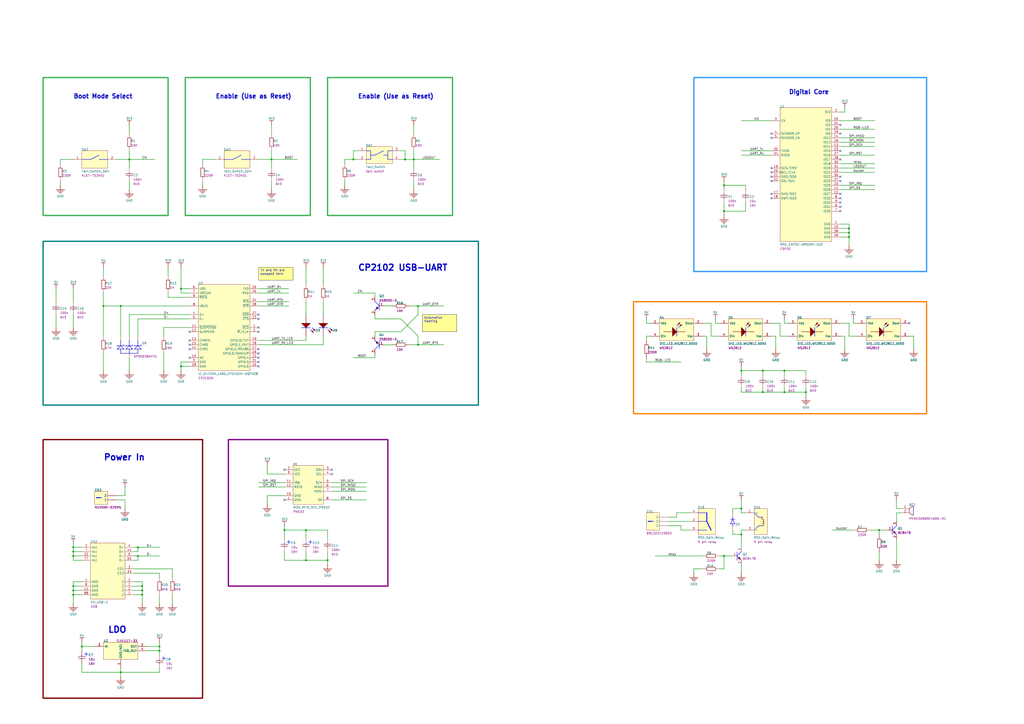
<source format=kicad_sch>
(kicad_sch (version 20230121) (generator eeschema)
  (paper "A2")
  (junction (at 510 307.489))
  (junction (at 177.5 324.989))
  (junction (at 42.5 319.989))
  (junction (at 467.5 227.489))
  (junction (at 82.5 339.989))
  (junction (at 42.5 344.989))
  (junction (at 492.5 134.989))
  (junction (at 42.5 342.489))
  (junction (at 42.5 322.489))
  (junction (at 492.5 137.489))
  (junction (at 105 167.489))
  (junction (at 242.5 199.989))
  (junction (at 82.5 342.489))
  (junction (at 420 122.489))
  (junction (at 82.5 344.989))
  (junction (at 42.5 317.489))
  (junction (at 205 92.489))
  (junction (at 105 212.489))
  (junction (at 60 177.489))
  (junction (at 492.5 132.489))
  (junction (at 442.5 214.989))
  (junction (at 80 317.489))
  (junction (at 235 92.489))
  (junction (at 442.5 227.489))
  (junction (at 92.5 374.989))
  (junction (at 157.5 92.489))
  (junction (at 70 177.489))
  (junction (at 190 324.989))
  (junction (at 177.5 307.489))
  (junction (at 165 307.489))
  (junction (at 430 214.989))
  (junction (at 430 309.989))
  (junction (at 70 389.989))
  (junction (at 242.5 177.489))
  (junction (at 92.5 377.489))
  (junction (at 430 294.989))
  (junction (at 42.5 339.989))
  (junction (at 455 214.989))
  (junction (at 75 92.489))
  (junction (at 240 92.489))
  (junction (at 420 107.489))
  (junction (at 80 322.489))
  (junction (at 47.5 374.989))
  (junction (at 455 227.489))
  (junction (at 420 322.489))
  (no_connect (at 447.5 104.989))
  (no_connect (at 487.5 117.489))
  (no_connect (at 487.5 102.489))
  (no_connect (at 487.5 119.989))
  (no_connect (at 110 202.489))
  (no_connect (at 150 204.989))
  (no_connect (at 447.5 79.989))
  (no_connect (at 110 192.489))
  (no_connect (at 192.5 274.989))
  (no_connect (at 150 202.489))
  (no_connect (at 165 272.489))
  (no_connect (at 487.5 112.489))
  (no_connect (at 447.5 112.489))
  (no_connect (at 150 209.989))
  (no_connect (at 447.5 77.489))
  (no_connect (at 150 212.489))
  (no_connect (at 110 197.489))
  (no_connect (at 487.5 92.489))
  (no_connect (at 447.5 102.489))
  (no_connect (at 150 207.489))
  (no_connect (at 527.5 187.489))
  (no_connect (at 447.5 97.489))
  (no_connect (at 110 199.989))
  (no_connect (at 487.5 114.989))
  (no_connect (at 487.5 104.989))
  (no_connect (at 150 182.489))
  (no_connect (at 487.5 77.489))
  (no_connect (at 487.5 87.489))
  (no_connect (at 487.5 122.489))
  (no_connect (at 150 189.989))
  (no_connect (at 447.5 114.989))
  (no_connect (at 447.5 99.989))
  (no_connect (at 192.5 272.489))
  (no_connect (at 165 289.989))
  (no_connect (at 150 184.989))
  (no_connect (at 487.5 72.489))
  (no_connect (at 150 192.489))
  (no_connect (at 110 207.489))
  (wire (pts (xy 240 87.489) (xy 240 92.489)) (stroke (width 0.254)))
  (wire (pts (xy 430 212.489) (xy 430 214.989)) (stroke (width 0.254)))
  (wire (pts (xy 495 187.489) (xy 497.5 187.489)) (stroke (width 0.254)))
  (wire (pts (xy 455 187.489) (xy 457.5 187.489)) (stroke (width 0.254)))
  (wire (pts (xy 487.5 74.989) (xy 507.5 74.989)) (stroke (width 0.254)))
  (wire (pts (xy 237.5 199.989) (xy 242.5 199.989)) (stroke (width 0.254)))
  (wire (pts (xy 455 227.489) (xy 467.5 227.489)) (stroke (width 0.254)))
  (wire (pts (xy 375 209.989) (xy 395 209.989)) (stroke (width 0.254)))
  (wire (pts (xy 487.5 79.989) (xy 507.5 79.989)) (stroke (width 0.254)))
  (wire (pts (xy 70 194.989) (xy 70 177.489)) (stroke (width 0.254)))
  (wire (pts (xy 67.5 287.489) (xy 72.5 287.489)) (stroke (width 0.254)))
  (wire (pts (xy 242.5 182.489) (xy 242.5 177.489)) (stroke (width 0.254)))
  (wire (pts (xy 222.58 200.069) (xy 227.5 200.069)) (stroke (width 0.254)))
  (wire (pts (xy 75 194.989) (xy 75 182.489)) (stroke (width 0.254)))
  (wire (pts (xy 177.5 307.489) (xy 190 307.489)) (stroke (width 0.254)))
  (wire (pts (xy 447.5 187.489) (xy 452.5 187.489)) (stroke (width 0.254)))
  (wire (pts (xy 60 177.489) (xy 70 177.489)) (stroke (width 0.254)))
  (wire (pts (xy 232.5 184.989) (xy 217.5 184.989)) (stroke (width 0.254)))
  (wire (pts (xy 177.5 197.489) (xy 150 197.489)) (stroke (width 0.254)))
  (wire (pts (xy 430 214.989) (xy 430 217.489)) (stroke (width 0.254)))
  (wire (pts (xy 82.5 344.989) (xy 82.5 342.489)) (stroke (width 0.254)))
  (wire (pts (xy 32.5 189.989) (xy 32.5 182.489)) (stroke (width 0.254)))
  (wire (pts (xy 452.5 187.489) (xy 452.5 194.989)) (stroke (width 0.254)))
  (wire (pts (xy 167.5 167.489) (xy 150 167.489)) (stroke (width 0.254)))
  (wire (pts (xy 240 77.489) (xy 240 72.489)) (stroke (width 0.254)))
  (wire (pts (xy 35 92.489) (xy 35 94.989)) (stroke (width 0.254)))
  (wire (pts (xy 77.5 322.489) (xy 80 322.489)) (stroke (width 0.254)))
  (wire (pts (xy 455 224.989) (xy 455 227.489)) (stroke (width 0.254)))
  (wire (pts (xy 217.5 172.329) (xy 217.5 169.989)) (stroke (width 0.254)))
  (wire (pts (xy 510 310.149) (xy 510 307.489)) (stroke (width 0.254)))
  (wire (pts (xy 235 92.489) (xy 240 92.489)) (stroke (width 0.254)))
  (wire (pts (xy 430.08 327.569) (xy 430.08 332.489)) (stroke (width 0.254)))
  (wire (pts (xy 430 297.489) (xy 432.5 297.489)) (stroke (width 0.254)))
  (wire (pts (xy 82.5 339.989) (xy 82.5 337.489)) (stroke (width 0.254)))
  (wire (pts (xy 32.5 174.989) (xy 32.5 167.489)) (stroke (width 0.254)))
  (wire (pts (xy 80 319.989) (xy 80 317.489)) (stroke (width 0.254)))
  (wire (pts (xy 430.08 309.989) (xy 430 309.989)) (stroke (width 0.254)))
  (wire (pts (xy 47.5 374.989) (xy 47.5 377.489)) (stroke (width 0.254)))
  (wire (pts (xy 177.5 194.989) (xy 177.5 197.489)) (stroke (width 0.254)))
  (wire (pts (xy 447.5 194.989) (xy 450 194.989)) (stroke (width 0.254)))
  (wire (pts (xy 442.5 217.489) (xy 442.5 214.989)) (stroke (width 0.254)))
  (wire (pts (xy 77.5 344.989) (xy 82.5 344.989)) (stroke (width 0.254)))
  (wire (pts (xy 67.5 289.989) (xy 72.5 289.989)) (stroke (width 0.254)))
  (wire (pts (xy 165 307.489) (xy 165 304.989)) (stroke (width 0.254)))
  (wire (pts (xy 520.08 312.569) (xy 520.08 324.989)) (stroke (width 0.254)))
  (wire (pts (xy 105 212.489) (xy 105 209.989)) (stroke (width 0.254)))
  (wire (pts (xy 165 312.489) (xy 165 307.489)) (stroke (width 0.254)))
  (wire (pts (xy 72.5 287.489) (xy 72.5 282.489)) (stroke (width 0.254)))
  (wire (pts (xy 420 122.489) (xy 432.5 122.489)) (stroke (width 0.254)))
  (wire (pts (xy 35 107.489) (xy 35 104.989)) (stroke (width 0.254)))
  (wire (pts (xy 100 329.989) (xy 77.5 329.989)) (stroke (width 0.254)))
  (wire (pts (xy 157.5 97.609) (xy 157.5 92.489)) (stroke (width 0.254)))
  (wire (pts (xy 205 92.489) (xy 207.5 92.489)) (stroke (width 0.254)))
  (wire (pts (xy 47.5 324.989) (xy 42.5 324.989)) (stroke (width 0.254)))
  (wire (pts (xy 157.5 92.489) (xy 172.5 92.489)) (stroke (width 0.254)))
  (wire (pts (xy 92.5 387.489) (xy 92.5 389.989)) (stroke (width 0.254)))
  (wire (pts (xy 97.5 172.489) (xy 97.5 169.989)) (stroke (width 0.254)))
  (wire (pts (xy 455 217.489) (xy 455 214.989)) (stroke (width 0.254)))
  (wire (pts (xy 165 274.989) (xy 155 274.989)) (stroke (width 0.254)))
  (wire (pts (xy 487.5 129.989) (xy 492.5 129.989)) (stroke (width 0.254)))
  (wire (pts (xy 442.5 224.989) (xy 442.5 227.489)) (stroke (width 0.254)))
  (wire (pts (xy 95 204.989) (xy 95 214.989)) (stroke (width 0.254)))
  (wire (pts (xy 420 329.989) (xy 420 322.489)) (stroke (width 0.254)))
  (wire (pts (xy 47.5 322.489) (xy 42.5 322.489)) (stroke (width 0.254)))
  (wire (pts (xy 242.5 199.989) (xy 257.5 199.989)) (stroke (width 0.254)))
  (wire (pts (xy 110 169.989) (xy 105 169.989)) (stroke (width 0.254)))
  (wire (pts (xy 75 105.109) (xy 75 109.989)) (stroke (width 0.254)))
  (wire (pts (xy 490 64.989) (xy 490 62.489)) (stroke (width 0.254)))
  (wire (pts (xy 425 322.489) (xy 420 322.489)) (stroke (width 0.254)))
  (wire (pts (xy 487.5 84.989) (xy 507.5 84.989)) (stroke (width 0.254)))
  (wire (pts (xy 487.5 109.989) (xy 507.5 109.989)) (stroke (width 0.254)))
  (wire (pts (xy 47.5 384.989) (xy 47.5 389.989)) (stroke (width 0.254)))
  (wire (pts (xy 157.5 105.109) (xy 157.5 109.989)) (stroke (width 0.254)))
  (wire (pts (xy 110 189.989) (xy 95 189.989)) (stroke (width 0.254)))
  (wire (pts (xy 455 214.989) (xy 467.5 214.989)) (stroke (width 0.254)))
  (wire (pts (xy 442.5 227.489) (xy 455 227.489)) (stroke (width 0.254)))
  (wire (pts (xy 487.5 99.989) (xy 507.5 99.989)) (stroke (width 0.254)))
  (wire (pts (xy 77.5 324.989) (xy 80 324.989)) (stroke (width 0.254)))
  (wire (pts (xy 92.5 372.489) (xy 92.5 374.989)) (stroke (width 0.254)))
  (wire (pts (xy 150 199.989) (xy 187.5 199.989)) (stroke (width 0.254)))
  (wire (pts (xy 192.5 282.489) (xy 212.5 282.489)) (stroke (width 0.254)))
  (wire (pts (xy 192.5 279.989) (xy 212.5 279.989)) (stroke (width 0.254)))
  (wire (pts (xy 177.5 174.989) (xy 177.5 182.489)) (stroke (width 0.254)))
  (wire (pts (xy 165 279.989) (xy 150 279.989)) (stroke (width 0.254)))
  (wire (pts (xy 515 307.489) (xy 510 307.489)) (stroke (width 0.254)))
  (wire (pts (xy 487.5 69.989) (xy 507.5 69.989)) (stroke (width 0.254)))
  (wire (pts (xy 430 227.489) (xy 442.5 227.489)) (stroke (width 0.254)))
  (wire (pts (xy 42.5 317.489) (xy 47.5 317.489)) (stroke (width 0.254)))
  (wire (pts (xy 375 184.989) (xy 375 187.489)) (stroke (width 0.254)))
  (wire (pts (xy 177.5 154.989) (xy 177.5 164.989)) (stroke (width 0.254)))
  (wire (pts (xy 487.5 137.489) (xy 492.5 137.489)) (stroke (width 0.254)))
  (wire (pts (xy 232.5 192.489) (xy 242.5 182.489)) (stroke (width 0.254)))
  (wire (pts (xy 75 92.489) (xy 90 92.489)) (stroke (width 0.254)))
  (wire (pts (xy 47.5 389.989) (xy 70 389.989)) (stroke (width 0.254)))
  (wire (pts (xy 520.08 302.409) (xy 520.08 297.489)) (stroke (width 0.254)))
  (wire (pts (xy 487.5 97.489) (xy 507.5 97.489)) (stroke (width 0.254)))
  (wire (pts (xy 240 105.109) (xy 240 109.989)) (stroke (width 0.254)))
  (wire (pts (xy 415 184.989) (xy 415 187.489)) (stroke (width 0.254)))
  (wire (pts (xy 242.5 194.989) (xy 232.5 184.989)) (stroke (width 0.254)))
  (wire (pts (xy 97.5 154.989) (xy 97.5 159.989)) (stroke (width 0.254)))
  (wire (pts (xy 505 307.489) (xy 510 307.489)) (stroke (width 0.254)))
  (wire (pts (xy 55 374.989) (xy 47.5 374.989)) (stroke (width 0.254)))
  (wire (pts (xy 42.5 319.989) (xy 42.5 317.489)) (stroke (width 0.254)))
  (wire (pts (xy 155 292.489) (xy 155 287.489)) (stroke (width 0.254)))
  (wire (pts (xy 75 207.489) (xy 75 214.989)) (stroke (width 0.254)))
  (wire (pts (xy 117.5 92.489) (xy 125 92.489)) (stroke (width 0.254)))
  (wire (pts (xy 60 204.989) (xy 60 214.989)) (stroke (width 0.254)))
  (wire (pts (xy 242.5 177.489) (xy 257.5 177.489)) (stroke (width 0.254)))
  (wire (pts (xy 105 214.989) (xy 105 212.489)) (stroke (width 0.254)))
  (wire (pts (xy 190 324.989) (xy 190 327.489)) (stroke (width 0.254)))
  (wire (pts (xy 75 87.489) (xy 75 92.489)) (stroke (width 0.254)))
  (wire (pts (xy 95 189.989) (xy 95 194.989)) (stroke (width 0.254)))
  (wire (pts (xy 375 187.489) (xy 377.5 187.489)) (stroke (width 0.254)))
  (wire (pts (xy 232.5 92.489) (xy 235 92.489)) (stroke (width 0.254)))
  (wire (pts (xy 392.5 299.989) (xy 392.5 297.489)) (stroke (width 0.254)))
  (wire (pts (xy 217.5 207.489) (xy 205 207.489)) (stroke (width 0.254)))
  (wire (pts (xy 42.5 174.989) (xy 42.5 167.489)) (stroke (width 0.254)))
  (wire (pts (xy 165 324.989) (xy 177.5 324.989)) (stroke (width 0.254)))
  (wire (pts (xy 177.5 324.989) (xy 190 324.989)) (stroke (width 0.254)))
  (wire (pts (xy 117.5 107.489) (xy 117.5 104.989)) (stroke (width 0.254)))
  (wire (pts (xy 520.08 297.489) (xy 522.5 297.489)) (stroke (width 0.254)))
  (wire (pts (xy 100 334.989) (xy 100 329.989)) (stroke (width 0.254)))
  (wire (pts (xy 420 107.489) (xy 432.5 107.489)) (stroke (width 0.254)))
  (wire (pts (xy 217.5 194.989) (xy 217.5 192.489)) (stroke (width 0.254)))
  (wire (pts (xy 430.08 332.489) (xy 430 332.489)) (stroke (width 0.254)))
  (wire (pts (xy 487.5 194.989) (xy 490 194.989)) (stroke (width 0.254)))
  (wire (pts (xy 387.5 299.989) (xy 392.5 299.989)) (stroke (width 0.254)))
  (wire (pts (xy 77.5 342.489) (xy 82.5 342.489)) (stroke (width 0.254)))
  (wire (pts (xy 420 104.989) (xy 420 107.489)) (stroke (width 0.254)))
  (wire (pts (xy 375 197.489) (xy 375 194.989)) (stroke (width 0.254)))
  (wire (pts (xy 392.5 297.489) (xy 400 297.489)) (stroke (width 0.254)))
  (wire (pts (xy 80 184.989) (xy 110 184.989)) (stroke (width 0.254)))
  (wire (pts (xy 510 320.149) (xy 510 324.989)) (stroke (width 0.254)))
  (wire (pts (xy 425 297.489) (xy 425 294.989)) (stroke (width 0.254)))
  (wire (pts (xy 227.5 177.409) (xy 227.5 177.489)) (stroke (width 0.254)))
  (wire (pts (xy 42.5 189.989) (xy 42.5 182.489)) (stroke (width 0.254)))
  (wire (pts (xy 70 387.489) (xy 70 389.989)) (stroke (width 0.254)))
  (wire (pts (xy 395 304.989) (xy 395 307.489)) (stroke (width 0.254)))
  (wire (pts (xy 492.5 129.989) (xy 492.5 132.489)) (stroke (width 0.254)))
  (wire (pts (xy 395 307.489) (xy 400 307.489)) (stroke (width 0.254)))
  (wire (pts (xy 105 212.489) (xy 110 212.489)) (stroke (width 0.254)))
  (wire (pts (xy 157.5 87.489) (xy 157.5 92.489)) (stroke (width 0.254)))
  (wire (pts (xy 105 167.489) (xy 110 167.489)) (stroke (width 0.254)))
  (wire (pts (xy 420 117.609) (xy 420 122.489)) (stroke (width 0.254)))
  (wire (pts (xy 530 194.989) (xy 530 202.489)) (stroke (width 0.254)))
  (wire (pts (xy 60 169.989) (xy 60 177.489)) (stroke (width 0.254)))
  (wire (pts (xy 430.08 317.409) (xy 430.08 309.989)) (stroke (width 0.254)))
  (wire (pts (xy 492.5 137.489) (xy 492.5 142.489)) (stroke (width 0.254)))
  (wire (pts (xy 412.5 187.489) (xy 412.5 194.989)) (stroke (width 0.254)))
  (wire (pts (xy 150 92.489) (xy 157.5 92.489)) (stroke (width 0.254)))
  (wire (pts (xy 432.5 122.489) (xy 432.5 117.609)) (stroke (width 0.254)))
  (wire (pts (xy 100 344.989) (xy 100 349.989)) (stroke (width 0.254)))
  (wire (pts (xy 190 307.489) (xy 190 312.489)) (stroke (width 0.254)))
  (wire (pts (xy 527.5 194.989) (xy 530 194.989)) (stroke (width 0.254)))
  (wire (pts (xy 467.5 227.489) (xy 467.5 224.989)) (stroke (width 0.254)))
  (wire (pts (xy 450 194.989) (xy 450 202.489)) (stroke (width 0.254)))
  (wire (pts (xy 487.5 187.489) (xy 492.5 187.489)) (stroke (width 0.254)))
  (wire (pts (xy 430 307.489) (xy 430 309.989)) (stroke (width 0.254)))
  (wire (pts (xy 425 294.989) (xy 430 294.989)) (stroke (width 0.254)))
  (wire (pts (xy 430 224.989) (xy 430 227.489)) (stroke (width 0.254)))
  (wire (pts (xy 492.5 187.489) (xy 492.5 194.989)) (stroke (width 0.254)))
  (wire (pts (xy 190 324.989) (xy 190 319.989)) (stroke (width 0.254)))
  (wire (pts (xy 487.5 107.489) (xy 507.5 107.489)) (stroke (width 0.254)))
  (wire (pts (xy 420 110.109) (xy 420 107.489)) (stroke (width 0.254)))
  (wire (pts (xy 42.5 337.489) (xy 42.5 339.989)) (stroke (width 0.254)))
  (wire (pts (xy 242.5 199.989) (xy 242.5 194.989)) (stroke (width 0.254)))
  (wire (pts (xy 420 122.489) (xy 420 124.989)) (stroke (width 0.254)))
  (wire (pts (xy 80 324.989) (xy 80 322.489)) (stroke (width 0.254)))
  (wire (pts (xy 447.5 69.989) (xy 430 69.989)) (stroke (width 0.254)))
  (wire (pts (xy 410 194.989) (xy 410 202.489)) (stroke (width 0.254)))
  (wire (pts (xy 222.58 177.409) (xy 227.5 177.409)) (stroke (width 0.254)))
  (wire (pts (xy 232.5 87.489) (xy 235 87.489)) (stroke (width 0.254)))
  (wire (pts (xy 430 289.989) (xy 430 294.989)) (stroke (width 0.254)))
  (wire (pts (xy 75 97.609) (xy 75 92.489)) (stroke (width 0.254)))
  (wire (pts (xy 430 214.989) (xy 442.5 214.989)) (stroke (width 0.254)))
  (wire (pts (xy 47.5 339.989) (xy 42.5 339.989)) (stroke (width 0.254)))
  (wire (pts (xy 77.5 317.489) (xy 80 317.489)) (stroke (width 0.254)))
  (wire (pts (xy 217.5 184.989) (xy 217.5 182.489)) (stroke (width 0.254)))
  (wire (pts (xy 442.5 214.989) (xy 455 214.989)) (stroke (width 0.254)))
  (wire (pts (xy 200 94.989) (xy 200 92.489)) (stroke (width 0.254)))
  (wire (pts (xy 240 97.609) (xy 240 92.489)) (stroke (width 0.254)))
  (wire (pts (xy 407.5 322.489) (xy 380 322.489)) (stroke (width 0.254)))
  (wire (pts (xy 415 187.489) (xy 417.5 187.489)) (stroke (width 0.254)))
  (wire (pts (xy 42.5 314.989) (xy 42.5 317.489)) (stroke (width 0.254)))
  (wire (pts (xy 412.5 194.989) (xy 417.5 194.989)) (stroke (width 0.254)))
  (wire (pts (xy 487.5 132.489) (xy 492.5 132.489)) (stroke (width 0.254)))
  (wire (pts (xy 487.5 64.989) (xy 490 64.989)) (stroke (width 0.254)))
  (wire (pts (xy 42.5 339.989) (xy 42.5 342.489)) (stroke (width 0.254)))
  (wire (pts (xy 227.5 200.069) (xy 227.5 199.989)) (stroke (width 0.254)))
  (wire (pts (xy 167.5 177.489) (xy 150 177.489)) (stroke (width 0.254)))
  (wire (pts (xy 520.08 324.989) (xy 520 324.989)) (stroke (width 0.254)))
  (wire (pts (xy 375 207.489) (xy 375 209.989)) (stroke (width 0.254)))
  (wire (pts (xy 85 374.989) (xy 92.5 374.989)) (stroke (width 0.254)))
  (wire (pts (xy 82.5 349.989) (xy 82.5 344.989)) (stroke (width 0.254)))
  (wire (pts (xy 455 184.989) (xy 455 187.489)) (stroke (width 0.254)))
  (wire (pts (xy 42.5 92.489) (xy 35 92.489)) (stroke (width 0.254)))
  (wire (pts (xy 207.5 87.489) (xy 205 87.489)) (stroke (width 0.254)))
  (wire (pts (xy 487.5 82.489) (xy 507.5 82.489)) (stroke (width 0.254)))
  (wire (pts (xy 425 309.989) (xy 430 309.989)) (stroke (width 0.254)))
  (wire (pts (xy 200 92.489) (xy 205 92.489)) (stroke (width 0.254)))
  (wire (pts (xy 42.5 322.489) (xy 42.5 319.989)) (stroke (width 0.254)))
  (wire (pts (xy 492.5 132.489) (xy 492.5 134.989)) (stroke (width 0.254)))
  (wire (pts (xy 240 92.489) (xy 255 92.489)) (stroke (width 0.254)))
  (wire (pts (xy 192.5 289.989) (xy 212.5 289.989)) (stroke (width 0.254)))
  (wire (pts (xy 167.5 174.989) (xy 150 174.989)) (stroke (width 0.254)))
  (wire (pts (xy 110 172.489) (xy 97.5 172.489)) (stroke (width 0.254)))
  (wire (pts (xy 187.5 174.989) (xy 187.5 182.489)) (stroke (width 0.254)))
  (wire (pts (xy 105 167.489) (xy 105 154.989)) (stroke (width 0.254)))
  (wire (pts (xy 75 182.489) (xy 110 182.489)) (stroke (width 0.254)))
  (wire (pts (xy 467.5 227.489) (xy 467.5 229.989)) (stroke (width 0.254)))
  (wire (pts (xy 217.5 192.489) (xy 232.5 192.489)) (stroke (width 0.254)))
  (wire (pts (xy 237.5 177.489) (xy 242.5 177.489)) (stroke (width 0.254)))
  (wire (pts (xy 167.5 169.989) (xy 150 169.989)) (stroke (width 0.254)))
  (wire (pts (xy 217.5 169.989) (xy 205 169.989)) (stroke (width 0.254)))
  (wire (pts (xy 165 282.489) (xy 150 282.489)) (stroke (width 0.254)))
  (wire (pts (xy 42.5 344.989) (xy 42.5 349.989)) (stroke (width 0.254)))
  (wire (pts (xy 487.5 94.989) (xy 507.5 94.989)) (stroke (width 0.254)))
  (wire (pts (xy 432.5 107.489) (xy 432.5 110.109)) (stroke (width 0.254)))
  (wire (pts (xy 165 319.989) (xy 165 324.989)) (stroke (width 0.254)))
  (wire (pts (xy 72.5 289.989) (xy 72.5 294.989)) (stroke (width 0.254)))
  (wire (pts (xy 77.5 339.989) (xy 82.5 339.989)) (stroke (width 0.254)))
  (wire (pts (xy 400 302.489) (xy 387.5 302.489)) (stroke (width 0.254)))
  (wire (pts (xy 60 177.489) (xy 60 194.989)) (stroke (width 0.254)))
  (wire (pts (xy 77.5 319.989) (xy 80 319.989)) (stroke (width 0.254)))
  (wire (pts (xy 80 194.989) (xy 80 184.989)) (stroke (width 0.254)))
  (wire (pts (xy 452.5 194.989) (xy 457.5 194.989)) (stroke (width 0.254)))
  (wire (pts (xy 70 389.989) (xy 70 392.489)) (stroke (width 0.254)))
  (wire (pts (xy 402.5 329.989) (xy 407.5 329.989)) (stroke (width 0.254)))
  (wire (pts (xy 80 317.489) (xy 92.5 317.489)) (stroke (width 0.254)))
  (wire (pts (xy 47.5 319.989) (xy 42.5 319.989)) (stroke (width 0.254)))
  (wire (pts (xy 200 107.489) (xy 200 104.989)) (stroke (width 0.254)))
  (wire (pts (xy 387.5 304.989) (xy 395 304.989)) (stroke (width 0.254)))
  (wire (pts (xy 187.5 199.989) (xy 187.5 194.989)) (stroke (width 0.254)))
  (wire (pts (xy 117.5 94.989) (xy 117.5 92.489)) (stroke (width 0.254)))
  (wire (pts (xy 425 307.649) (xy 425 309.989)) (stroke (width 0.254)))
  (wire (pts (xy 105 209.989) (xy 110 209.989)) (stroke (width 0.254)))
  (wire (pts (xy 495 307.489) (xy 482.5 307.489)) (stroke (width 0.254)))
  (wire (pts (xy 70 177.489) (xy 110 177.489)) (stroke (width 0.254)))
  (wire (pts (xy 432.5 307.489) (xy 430 307.489)) (stroke (width 0.254)))
  (wire (pts (xy 77.5 332.489) (xy 92.5 332.489)) (stroke (width 0.254)))
  (wire (pts (xy 417.5 322.489) (xy 420 322.489)) (stroke (width 0.254)))
  (wire (pts (xy 47.5 342.489) (xy 42.5 342.489)) (stroke (width 0.254)))
  (wire (pts (xy 92.5 377.489) (xy 92.5 374.989)) (stroke (width 0.254)))
  (wire (pts (xy 417.5 329.989) (xy 420 329.989)) (stroke (width 0.254)))
  (wire (pts (xy 235 87.489) (xy 235 92.489)) (stroke (width 0.254)))
  (wire (pts (xy 217.5 205.149) (xy 217.5 207.489)) (stroke (width 0.254)))
  (wire (pts (xy 177.5 312.489) (xy 177.5 307.489)) (stroke (width 0.254)))
  (wire (pts (xy 495 184.989) (xy 495 187.489)) (stroke (width 0.254)))
  (wire (pts (xy 492.5 194.989) (xy 497.5 194.989)) (stroke (width 0.254)))
  (wire (pts (xy 402.5 332.489) (xy 402.5 329.989)) (stroke (width 0.254)))
  (wire (pts (xy 157.5 77.489) (xy 157.5 72.489)) (stroke (width 0.254)))
  (wire (pts (xy 447.5 89.989) (xy 430 89.989)) (stroke (width 0.254)))
  (wire (pts (xy 177.5 319.989) (xy 177.5 324.989)) (stroke (width 0.254)))
  (wire (pts (xy 92.5 389.989) (xy 70 389.989)) (stroke (width 0.254)))
  (wire (pts (xy 75 77.489) (xy 75 72.489)) (stroke (width 0.254)))
  (wire (pts (xy 82.5 337.489) (xy 77.5 337.489)) (stroke (width 0.254)))
  (wire (pts (xy 42.5 342.489) (xy 42.5 344.989)) (stroke (width 0.254)))
  (wire (pts (xy 407.5 194.989) (xy 410 194.989)) (stroke (width 0.254)))
  (wire (pts (xy 85 377.489) (xy 92.5 377.489)) (stroke (width 0.254)))
  (wire (pts (xy 155 287.489) (xy 165 287.489)) (stroke (width 0.254)))
  (wire (pts (xy 375 194.989) (xy 377.5 194.989)) (stroke (width 0.254)))
  (wire (pts (xy 487.5 89.989) (xy 507.5 89.989)) (stroke (width 0.254)))
  (wire (pts (xy 187.5 164.989) (xy 187.5 154.989)) (stroke (width 0.254)))
  (wire (pts (xy 80 322.489) (xy 92.5 322.489)) (stroke (width 0.254)))
  (wire (pts (xy 47.5 372.489) (xy 47.5 374.989)) (stroke (width 0.254)))
  (wire (pts (xy 192.5 284.989) (xy 212.5 284.989)) (stroke (width 0.254)))
  (wire (pts (xy 92.5 332.489) (xy 92.5 334.989)) (stroke (width 0.254)))
  (wire (pts (xy 105 169.989) (xy 105 167.489)) (stroke (width 0.254)))
  (wire (pts (xy 92.5 344.989) (xy 92.5 349.989)) (stroke (width 0.254)))
  (wire (pts (xy 155 274.989) (xy 155 269.989)) (stroke (width 0.254)))
  (wire (pts (xy 487.5 134.989) (xy 492.5 134.989)) (stroke (width 0.254)))
  (wire (pts (xy 47.5 344.989) (xy 42.5 344.989)) (stroke (width 0.254)))
  (wire (pts (xy 47.5 337.489) (xy 42.5 337.489)) (stroke (width 0.254)))
  (wire (pts (xy 520 294.989) (xy 522.5 294.989)) (stroke (width 0.254)))
  (wire (pts (xy 92.5 377.489) (xy 92.5 379.989)) (stroke (width 0.254)))
  (wire (pts (xy 430 294.989) (xy 430 297.489)) (stroke (width 0.254)))
  (wire (pts (xy 490 194.989) (xy 490 202.489)) (stroke (width 0.254)))
  (wire (pts (xy 492.5 134.989) (xy 492.5 137.489)) (stroke (width 0.254)))
  (wire (pts (xy 67.5 92.489) (xy 75 92.489)) (stroke (width 0.254)))
  (wire (pts (xy 165 307.489) (xy 177.5 307.489)) (stroke (width 0.254)))
  (wire (pts (xy 205 87.489) (xy 205 92.489)) (stroke (width 0.254)))
  (wire (pts (xy 467.5 214.989) (xy 467.5 217.489)) (stroke (width 0.254)))
  (wire (pts (xy 520 289.989) (xy 520 294.989)) (stroke (width 0.254)))
  (wire (pts (xy 407.5 187.489) (xy 412.5 187.489)) (stroke (width 0.254)))
  (wire (pts (xy 42.5 324.989) (xy 42.5 322.489)) (stroke (width 0.254)))
  (wire (pts (xy 60 159.989) (xy 60 154.989)) (stroke (width 0.254)))
  (wire (pts (xy 447.5 87.489) (xy 430 87.489)) (stroke (width 0.254)))
  (wire (pts (xy 82.5 342.489) (xy 82.5 339.989)) (stroke (width 0.254)))
  (rectangle (start 117.5 254.989) (end 25 404.989) (stroke (width 0.762) (color 128 0 0 1)))
  (rectangle (start 537.5 44.989) (end 402.5 157.489) (stroke (width 0.762) (color 51 153 255 1)))
  (rectangle (start 262.5 44.989) (end 190 124.989) (stroke (width 0.762) (color 59 178 83 1)))
  (rectangle (start 277.5 139.989) (end 25 234.989) (stroke (width 0.762) (color 0 128 128 1)))
  (rectangle (start 225 254.989) (end 132.5 339.989) (stroke (width 0.762) (color 128 0 128 1)))
  (rectangle (start 97.5 44.989) (end 25 124.989) (stroke (width 0.762) (color 59 178 83 1)))
  (rectangle (start 537.5 174.989) (end 367.5 239.989) (stroke (width 0.762) (color 253 131 0 1)))
  (rectangle (start 180 44.989) (end 107.5 124.989) (stroke (width 0.762) (color 59 178 83 1)))
  (text_box "Automatics flashing" (at 265 182.489 0) (size -20 10) (stroke (width 0) (color 0 0 0 1)) (fill (type color) (color 255 255 150 1)) (effects (font (size 1.27 1.27)) (justify left top)))
  (text_box "TX and RX are swapped here" (at 170 154.989 0) (size -20 7.5) (stroke (width 0) (color 0 0 0 1)) (fill (type color) (color 255 255 150 1)) (effects (font (size 1.27 1.27)) (justify left top)))
  (text "Power In" (at 60 267.489 0) (effects (font (size 3.556 3.556) bold) (justify left bottom)))
  (text "Digital Core" (at 457.5 54.989 0) (effects (font (size 2.54 2.54) bold) (justify left bottom)))
  (text "Enable (Use as Reset)" (at 125 57.489 0) (effects (font (size 2.54 2.54) bold) (justify left bottom)))
  (text "LDO" (at 62.5 367.489 0) (effects (font (size 3.556 3.556) bold) (justify left bottom)))
  (text "CP2102 USB-UART" (at 207.5 157.489 0) (effects (font (size 3.556 3.556) bold) (justify left bottom)))
  (text "Boot Mode Select" (at 42.5 57.489 0) (effects (font (size 2.54 2.54) bold) (justify left bottom)))
  (text "Enable (Use as Reset)" (at 207.5 57.489 0) (effects (font (size 2.54 2.54) bold) (justify left bottom)))
  (label "relay" (at 495 94.989 180))
  (label "UART_Tx" (at 435 87.489 180))
  (label "SPI_MOSI" (at 197.5 284.989 180))
  (label "SPI_RST" (at 152.5 282.489 180))
  (label "LOGOUT" (at 245 92.489 180))
  (label "SPI_RST" (at 492.5 89.989 180))
  (label "UART_DTR" (at 155 177.489 180))
  (label "D-" (at 95 184.989 180))
  (label "UART_RTS" (at 155 174.989 180))
  (label "EN" (at 207.5 169.989 180))
  (label "LOGOUT" (at 495 97.489 180))
  (label "SPI_IRQ" (at 152.5 279.989 180))
  (label "UART_Tx" (at 155 169.989 180))
  (label "SPI_MISO" (at 492.5 79.989 180))
  (label "D+" (at 95 182.489 180))
  (label "UART_RTS" (at 245 199.989 180))
  (label "SPI_IRQ" (at 492.5 107.489 180))
  (label "SPI_MOSI" (at 492.5 82.489 180))
  (label "SPI_MISO" (at 197.5 282.489 180))
  (label "RGB-LED" (at 495 74.989 180))
  (label "UART_Rx" (at 435 89.989 180))
  (label "RGB-LED" (at 380 209.989 180))
  (label "D+" (at 85 317.489 180))
  (label "SPI_SS" (at 492.5 109.989 180))
  (label "BOOT" (at 495 69.989 180))
  (label "UART_DTR" (at 245 177.489 180))
  (label "BOOT" (at 207.5 207.489 180))
  (label "UART_Rx" (at 155 167.489 180))
  (label "BOOT" (at 165 92.489 180))
  (label "buzzer" (at 495 99.989 180))
  (label "D-" (at 85 322.489 180))
  (label "relay" (at 387.5 322.489 180))
  (label "SPI_SS" (at 197.5 289.989 180))
  (label "buzzer" (at 485 307.489 180))
  (label "SPI_SCK" (at 197.5 279.989 180))
  (label "UART_RX_LED" (at 157.5 199.989 180))
  (label "EN" (at 82.5 92.489 180))
  (label "UART_TX_LED" (at 157.5 197.489 180))
  (label "SPI_SCK" (at 492.5 84.989 180))
  (label "EN" (at 437.5 69.989 180))
  (symbol (lib_id "Reader-altium-import:3V3") (at 177.5 154.989 180) (unit 1)
    (property "Reference" "#PWR?" (effects hide))
    (property "Value" "3V3" (at 177.5 151.179 0))
  )
  (symbol (lib_id "Reader-altium-import:GND") (at 82.5 349.989 0) (unit 1)
    (property "Reference" "#PWR?" (effects hide))
    (property "Value" "GND" (at 82.5 356.339 0))
  )
  (symbol (lib_id "Reader-altium-import:GND") (at 70 392.489 0) (unit 1)
    (property "Reference" "#PWR?" (effects hide))
    (property "Value" "GND" (at 70 398.839 0))
  )
  (symbol (lib_id "Reader-altium-import:3V3") (at 165 304.989 180) (unit 1)
    (property "Reference" "#PWR?" (effects hide))
    (property "Value" "3V3" (at 165 301.179 0))
  )
  (symbol (lib_id "Reader-altium-import:3V3") (at 75 72.489 180) (unit 1)
    (property "Reference" "#PWR?" (effects hide))
    (property "Value" "3V3" (at 75 68.679 0))
  )
  (symbol (lib_id "Reader-altium-import:root_0_Tact_Switch_2pin") (at 125 87.489 0) (unit 1)
    (property "Reference" "SW3" (at 129.746 87.489 0) (effects (justify left bottom)))
    (property "Value" "Tact_Switch_2pin" (at 129.746 100.029 0) (effects (justify left bottom)))
    (property "Footprint" "MSC_KLS7-TS3401" (effects hide))
    (property "ID" "12_00156" (effects hide))
    (property "VALUE1" "KLS7-TS3401" (at 129.746 102.569 0) (effects (justify left bottom)))
    (property "AUTOID" "167" (effects hide))
    (property "VALUE2" "switch" (effects hide))
    (property "MANUFACTURER" "KLS" (effects hide))
    (property "MANUFACTURER PN" "KLS7-TS3401" (effects hide))
    (property "DEVICETYPE" "misc" (effects hide))
    (property "MOUNTTYPE" "SMT" (effects hide))
    (property "COMPONENTLINK1DESCRIPTION" "Datasheet" (effects hide))
    (property "COMPONENTLINK1URL" "X~{:}01_Datasheet~{s}KLS7-TS3401.pdf" (effects hide))
    (property "COMPONENTLINK2DESCRIPTION" "ComponentVerificationSheet" (effects hide))
    (property "COMPONENTLINK2URL" "X~{:}02_ComponentVerificationSheet~{s}" (effects hide))
    (property "SUPPLIER 1" "Imrad" (effects hide))
    (property "SUPPLIER PART NUMBER 1" "45632" (effects hide))
  )
  (symbol (lib_id "Reader-altium-import:5V") (at 520 289.989 180) (unit 1)
    (property "Reference" "#PWR?" (effects hide))
    (property "Value" "5V" (at 520 286.179 0))
  )
  (symbol (lib_id "Reader-altium-import:root_3_DIO_SS16") (at 425 297.489 0) (unit 1)
    (property "Reference" "D2" (at 426.524 304.855 0) (effects (justify left bottom)))
    (property "Value" "DIO" (effects hide))
    (property "Footprint" "DO-214AC" (effects hide))
  )
  (symbol (lib_id "Reader-altium-import:root_1_CAP") (at 467.5 224.989 0) (unit 1)
    (property "Reference" "C12" (at 469.786 222.195 0) (effects (justify left bottom)))
    (property "Value" "CAP" (effects hide))
    (property "Footprint" "CAPC1608X87N" (effects hide))
    (property "ID" "01_00282" (effects hide))
    (property "VALUE1" "100n" (at 469.786 224.735 0) (effects (justify left bottom)))
    (property "VALUE2" "6V3" (at 469.786 227.275 0) (effects (justify left bottom)))
    (property "AUTOID" "282" (effects hide))
    (property "MANUFACTURER" "KEMET" (effects hide))
    (property "MANUFACTURER PN" "C0603C104K9RACTU" (effects hide))
    (property "DEVICETYPE" "capacitor" (effects hide))
    (property "SUBTYPE" "Ceramic" (effects hide))
    (property "STATUS" "2 - Checked and Approved" (effects hide))
    (property "MOUNTTYPE" "SMT" (effects hide))
    (property "COMPONENTLINK1URL" "X~{:}01_Datasheet~{s}CAP_KEMET_CxxxxCxxxXxRAC.pdf" (effects hide))
    (property "SUPPLIER 1" "Farnell" (effects hide))
    (property "SUPPLIER PART NUMBER 1" "80-C0603C104K9R" (effects hide))
    (property "COMPONENTLINK1DESCRIPTION" "Datasheet" (effects hide))
  )
  (symbol (lib_id "Reader-altium-import:3V3") (at 155 269.989 180) (unit 1)
    (property "Reference" "#PWR?" (effects hide))
    (property "Value" "3V3" (at 155 266.179 0))
  )
  (symbol (lib_id "Reader-altium-import:root_0_MSC_BUZZER") (at 522.5 294.989 0) (unit 1)
    (property "Reference" "BZ1" (at 527.326 293.465 0) (effects (justify left bottom)))
    (property "Value" "MSC_BUZZER" (effects hide))
    (property "Footprint" "MSC_MURATA_PKMCS0909E4000-R1" (effects hide))
    (property "ID" "12_00160" (effects hide))
    (property "VALUE1" "PKMCS0909E4000-R1" (at 527.326 301.593 0) (effects (justify left bottom)))
    (property "AUTOID" "171" (effects hide))
    (property "VALUE2" "65DB 4KHz" (effects hide))
    (property "MANUFACTURER PN" "Murata" (effects hide))
    (property "DEVICETYPE" "misc" (effects hide))
    (property "STATUS" "0 - Unchecked" (effects hide))
    (property "MOUNTTYPE" "SMT" (effects hide))
    (property "COMPONENTLINK1DESCRIPTION" "Datasheet" (effects hide))
    (property "COMPONENTLINK1URL" "X~{:}01_Datasheet~{s}MSC_MURATA_PKMCS0909E4000-R1.pdf" (effects hide))
    (property "COMPONENTLINK2DESCRIPTION" "ComponentVerificationSheet" (effects hide))
    (property "COMPONENTLINK2URL" "X~{:}02_ComponentVerificationSheet~{s}" (effects hide))
    (property "SUPPLIER 1" "Mouser" (effects hide))
    (property "SUPPLIER PART NUMBER 1" "81-PKMCS0909E4000-R1" (effects hide))
  )
  (symbol (lib_id "Reader-altium-import:GND") (at 60 214.989 0) (unit 1)
    (property "Reference" "#PWR?" (effects hide))
    (property "Value" "GND" (at 60 221.339 0))
  )
  (symbol (lib_id "Reader-altium-import:root_1_mirrored_RES") (at 510 320.149 0) (unit 1)
    (property "Reference" "R9" (at 511.016 315.189 0) (effects (justify left bottom)))
    (property "Value" "RES" (effects hide))
    (property "Footprint" "RESC1608X55N" (effects hide))
    (property "ID" "15_00268" (effects hide))
    (property "VALUE1" "10K" (at 511.016 317.729 0) (effects (justify left bottom)))
    (property "AUTOID" "268" (effects hide))
    (property "VALUE2" "0W1" (effects hide))
    (property "MANUFACTURER" "Yageo" (effects hide))
    (property "MANUFACTURER PN" "RC0603FR-0710K" (effects hide))
    (property "DEVICETYPE" "resistor" (effects hide))
    (property "SUBTYPE" "Metal film" (effects hide))
    (property "STATUS" "2 - Checked and Approved" (effects hide))
    (property "MOUNTTYPE" "SMT" (effects hide))
    (property "COMPONENTLINK1DESCRIPTION" "Datasheet" (effects hide))
    (property "COMPONENTLINK1URL" "X~{:}01_Datasheet~{s}RES_YAGEO_RC0603FR.pdf" (effects hide))
    (property "SUPPLIER 1" "Farnell" (effects hide))
    (property "SUPPLIER PART NUMBER 1" "9238603" (effects hide))
  )
  (symbol (lib_id "Reader-altium-import:3V3") (at 490 62.489 180) (unit 1)
    (property "Reference" "#PWR?" (effects hide))
    (property "Value" "3V3" (at 490 58.679 0))
  )
  (symbol (lib_id "Reader-altium-import:3V3") (at 105 154.989 180) (unit 1)
    (property "Reference" "#PWR?" (effects hide))
    (property "Value" "3V3" (at 105 151.179 0))
  )
  (symbol (lib_id "Reader-altium-import:5V") (at 430 289.989 180) (unit 1)
    (property "Reference" "#PWR?" (effects hide))
    (property "Value" "5V" (at 430 286.179 0))
  )
  (symbol (lib_id "Reader-altium-import:root_0_MSC_ESP32-WROOM-32D") (at 447.5 62.489 0) (unit 1)
    (property "Reference" "U1" (at 452.5 62.489 0) (effects (justify left bottom)))
    (property "Value" "MSC_ESP32-WROOM-32D" (at 452.5 142.529 0) (effects (justify left bottom)))
    (property "Footprint" "MSC_ESP32-WROOM-32D" (effects hide))
    (property "ID" "12_10065" (effects hide))
    (property "VALUE1" "ESP32" (at 452.5 145.069 0) (effects (justify left bottom)))
    (property "AUTOID" "143" (effects hide))
    (property "VALUE2" "WROOM" (effects hide))
    (property "MANUFACTURER" "Espressif" (effects hide))
    (property "MANUFACTURER PN" "ESP32" (effects hide))
    (property "DEVICETYPE" "misc" (effects hide))
    (property "STATUS" "0 - Unchecked" (effects hide))
    (property "MOUNTTYPE" "SMT" (effects hide))
    (property "COMPONENTLINK1DESCRIPTION" "Datasheet" (effects hide))
    (property "COMPONENTLINK1URL" "X~{:}01_Datasheet~{s}" (effects hide))
    (property "COMPONENTLINK2DESCRIPTION" "ComponentVerificationSheet" (effects hide))
    (property "COMPONENTLINK2URL" "X~{:}02_ComponentVerificationSheet~{s}" (effects hide))
  )
  (symbol (lib_id "Reader-altium-import:GND") (at 42.5 349.989 0) (unit 1)
    (property "Reference" "#PWR?" (effects hide))
    (property "Value" "GND" (at 42.5 356.339 0))
  )
  (symbol (lib_id "Reader-altium-import:root_1_RES") (at 177.5 174.989 0) (unit 1)
    (property "Reference" "R14" (at 178.516 170.029 0) (effects (justify left bottom)))
    (property "Value" "RES" (effects hide))
    (property "Footprint" "RESC1608X55N" (effects hide))
    (property "ID" "15_00256" (effects hide))
    (property "VALUE1" "1K" (at 178.516 172.569 0) (effects (justify left bottom)))
    (property "AUTOID" "256" (effects hide))
    (property "VALUE2" "0W1" (effects hide))
    (property "MANUFACTURER" "Yageo" (effects hide))
    (property "MANUFACTURER PN" "RC0603FR-071K" (effects hide))
    (property "DEVICETYPE" "resistor" (effects hide))
    (property "SUBTYPE" "Metal film" (effects hide))
    (property "STATUS" "2 - Checked and Approved" (effects hide))
    (property "MOUNTTYPE" "SMD" (effects hide))
    (property "COMPONENTLINK1DESCRIPTION" "Datasheet" (effects hide))
    (property "COMPONENTLINK1URL" "X~{:}01_Datasheet~{s}RES_YAGEO_RC0603FR.pdf" (effects hide))
    (property "SUPPLIER 1" "Farnell" (effects hide))
    (property "SUPPLIER PART NUMBER 1" "9238484RL" (effects hide))
  )
  (symbol (lib_id "Reader-altium-import:GND") (at 490 202.489 0) (unit 1)
    (property "Reference" "#PWR?" (effects hide))
    (property "Value" "GND" (at 490 208.839 0))
  )
  (symbol (lib_id "Reader-altium-import:root_0_DIO_LED_WS2812_5050") (at 457.5 184.989 0) (unit 1)
    (property "Reference" "D6" (at 462.5 184.989 0) (effects (justify left bottom)))
    (property "Value" "DIO_LED_WS2812_5050" (at 462.5 200.029 0) (effects (justify left bottom)))
    (property "Footprint" "DIO_LED_WORLDSEMI_WS2812B" (effects hide))
    (property "ID" "03_00096" (effects hide))
    (property "VALUE1" "WS2812" (at 462.5 202.569 0) (effects (justify left bottom)))
    (property "AUTOID" "112" (effects hide))
    (property "VALUE2" "3,7...5,3 V" (effects hide))
    (property "VALUE3" "620/515/465 nm" (effects hide))
    (property "MANUFACTURER" "WORLDSEMI" (effects hide))
    (property "MANUFACTURER PN" "WS2812B" (effects hide))
    (property "DEVICETYPE" "diode" (effects hide))
    (property "MOUNTTYPE" "SMD" (effects hide))
    (property "COMPONENTLINK1DESCRIPTION" "Datasheet" (effects hide))
    (property "COMPONENTLINK1URL" "X~{:}01_Datasheet~{s}" (effects hide))
    (property "COMPONENTLINK2DESCRIPTION" "ComponentVerificationSheet" (effects hide))
    (property "COMPONENTLINK2URL" "X~{:}02_ComponentVerificationSheet~{s}" (effects hide))
    (property "SUPPLIER 1" "rcs" (effects hide))
    (property "SUPPLIER PART NUMBER 1" "168190" (effects hide))
  )
  (symbol (lib_id "Reader-altium-import:root_0_DIO_TVS_THREE") (at 67.5 194.989 0) (unit 1)
    (property "Reference" "D9" (at 82.254 199.775 0) (effects (justify left bottom)))
    (property "Value" "DIO_TVS_THREE" (effects hide))
    (property "Footprint" "SOT143-L" (effects hide))
    (property "ID" "03_00097" (effects hide))
    (property "VALUE1" "SP0503BAHTG" (at 77.5 207.489 0) (effects (justify left bottom)))
    (property "AUTOID" "113" (effects hide))
    (property "VALUE2" "TVS USB" (effects hide))
    (property "VALUE3" "30kV" (effects hide))
    (property "MANUFACTURER" "Littelfuse" (effects hide))
    (property "MANUFACTURER PN" "SP0503BAHTG" (effects hide))
    (property "DEVICETYPE" "diode" (effects hide))
    (property "STATUS" "0 - Unchecked" (effects hide))
    (property "MOUNTTYPE" "SMD" (effects hide))
    (property "COMPONENTLINK1DESCRIPTION" "Datasheet" (effects hide))
    (property "COMPONENTLINK1URL" "X~{:}01_Datasheet~{s}DIO_Littlefuse_SP0503BAHTG.pdf" (effects hide))
    (property "COMPONENTLINK2DESCRIPTION" "ComponentVerificationSheet" (effects hide))
    (property "COMPONENTLINK2URL" "X~{:}02_ComponentVerificationSheet~{s}" (effects hide))
    (property "SUPPLIER 1" "Mouser" (effects hide))
    (property "SUPPLIER PART NUMBER 1" "576-SP0503BAHTG" (effects hide))
  )
  (symbol (lib_id "Reader-altium-import:3V3") (at 240 72.489 180) (unit 1)
    (property "Reference" "#PWR?" (effects hide))
    (property "Value" "3V3" (at 240 68.679 0))
  )
  (symbol (lib_id "Reader-altium-import:root_1_RES") (at 200 104.989 0) (unit 1)
    (property "Reference" "R6" (at 201.016 100.029 0) (effects (justify left bottom)))
    (property "Value" "RES" (effects hide))
    (property "Footprint" "RESC1608X55N" (effects hide))
    (property "ID" "15_00248" (effects hide))
    (property "VALUE1" "220R" (at 201.016 102.569 0) (effects (justify left bottom)))
    (property "AUTOID" "248" (effects hide))
    (property "VALUE2" "0W1" (effects hide))
    (property "MANUFACTURER" "Yageo" (effects hide))
    (property "MANUFACTURER PN" "RC0603FR-07220R" (effects hide))
    (property "DEVICETYPE" "resistor" (effects hide))
    (property "SUBTYPE" "Metal film" (effects hide))
    (property "STATUS" "2 - Checked and Approved" (effects hide))
    (property "MOUNTTYPE" "SMT" (effects hide))
    (property "COMPONENTLINK1DESCRIPTION" "Datasheet" (effects hide))
    (property "COMPONENTLINK1URL" "X~{:}01_Datasheet~{s}RES_YAGEO_RC0603FR.pdf" (effects hide))
    (property "SUPPLIER 1" "Farnell" (effects hide))
    (property "SUPPLIER PART NUMBER 1" "9238409" (effects hide))
  )
  (symbol (lib_id "Reader-altium-import:root_1_RES") (at 92.5 344.989 0) (unit 1)
    (property "Reference" "R20" (at 93.516 340.029 0) (effects (justify left bottom)))
    (property "Value" "RES" (effects hide))
    (property "Footprint" "RESC1608X55N" (effects hide))
    (property "ID" "15_00265" (effects hide))
    (property "VALUE1" "5K6" (at 93.516 342.569 0) (effects (justify left bottom)))
    (property "AUTOID" "265" (effects hide))
    (property "VALUE2" "0W1" (effects hide))
    (property "MANUFACTURER" "Yageo" (effects hide))
    (property "MANUFACTURER PN" "RC0603FR-075K6" (effects hide))
    (property "DEVICETYPE" "resistor" (effects hide))
    (property "SUBTYPE" "Metal film" (effects hide))
    (property "STATUS" "2 - Checked and Approved" (effects hide))
    (property "MOUNTTYPE" "SMT" (effects hide))
    (property "COMPONENTLINK1DESCRIPTION" "Datasheet" (effects hide))
    (property "COMPONENTLINK1URL" "X~{:}01_Datasheet~{s}RES_YAGEO_RC0603FR.pdf" (effects hide))
    (property "SUPPLIER 1" "Farnell" (effects hide))
    (property "SUPPLIER PART NUMBER 1" "9238573" (effects hide))
  )
  (symbol (lib_id "Reader-altium-import:root_0_DIO_LED_WS2812_5050") (at 377.5 184.989 0) (unit 1)
    (property "Reference" "D4" (at 382.5 184.989 0) (effects (justify left bottom)))
    (property "Value" "DIO_LED_WS2812_5050" (at 382.5 200.029 0) (effects (justify left bottom)))
    (property "Footprint" "DIO_LED_WORLDSEMI_WS2812B" (effects hide))
    (property "ID" "03_00096" (effects hide))
    (property "VALUE1" "WS2812" (at 382.5 202.569 0) (effects (justify left bottom)))
    (property "AUTOID" "112" (effects hide))
    (property "VALUE2" "3,7...5,3 V" (effects hide))
    (property "VALUE3" "620/515/465 nm" (effects hide))
    (property "MANUFACTURER" "WORLDSEMI" (effects hide))
    (property "MANUFACTURER PN" "WS2812B" (effects hide))
    (property "DEVICETYPE" "diode" (effects hide))
    (property "MOUNTTYPE" "SMD" (effects hide))
    (property "COMPONENTLINK1DESCRIPTION" "Datasheet" (effects hide))
    (property "COMPONENTLINK1URL" "X~{:}01_Datasheet~{s}" (effects hide))
    (property "COMPONENTLINK2DESCRIPTION" "ComponentVerificationSheet" (effects hide))
    (property "COMPONENTLINK2URL" "X~{:}02_ComponentVerificationSheet~{s}" (effects hide))
    (property "SUPPLIER 1" "rcs" (effects hide))
    (property "SUPPLIER PART NUMBER 1" "168190" (effects hide))
  )
  (symbol (lib_id "Reader-altium-import:root_1_CAP") (at 190 319.989 0) (unit 1)
    (property "Reference" "C14" (at 192.286 317.195 0) (effects (justify left bottom)))
    (property "Value" "CAP" (effects hide))
    (property "Footprint" "CAPC1608X87N" (effects hide))
    (property "ID" "01_00282" (effects hide))
    (property "VALUE1" "100n" (at 192.286 319.735 0) (effects (justify left bottom)))
    (property "VALUE2" "6V3" (at 192.286 322.275 0) (effects (justify left bottom)))
    (property "AUTOID" "282" (effects hide))
    (property "MANUFACTURER" "KEMET" (effects hide))
    (property "MANUFACTURER PN" "C0603C104K9RACTU" (effects hide))
    (property "DEVICETYPE" "capacitor" (effects hide))
    (property "SUBTYPE" "Ceramic" (effects hide))
    (property "STATUS" "2 - Checked and Approved" (effects hide))
    (property "MOUNTTYPE" "SMT" (effects hide))
    (property "COMPONENTLINK1URL" "X~{:}01_Datasheet~{s}CAP_KEMET_CxxxxCxxxXxRAC.pdf" (effects hide))
    (property "SUPPLIER 1" "Farnell" (effects hide))
    (property "SUPPLIER PART NUMBER 1" "80-C0603C104K9R" (effects hide))
    (property "COMPONENTLINK1DESCRIPTION" "Datasheet" (effects hide))
  )
  (symbol (lib_id "Reader-altium-import:root_3_CAP_POL") (at 165 312.489 0) (unit 1)
    (property "Reference" "C5" (at 168.81 315.664 0) (effects (justify left bottom)))
    (property "Value" "CAP_POL" (effects hide))
    (property "Footprint" "CAPM3528x210_N" (effects hide))
    (property "ID" "01_01418" (effects hide))
    (property "VALUE1" "10u" (at 168.81 318.204 0) (effects (justify left bottom)))
    (property "VALUE2" "16V" (at 168.81 320.744 0) (effects (justify left bottom)))
    (property "AUTOID" "1418" (effects hide))
    (property "MANUFACTURER" "AVX" (effects hide))
    (property "MANUFACTURER PN" "TAJB106K016RNJ" (effects hide))
    (property "DEVICETYPE" "capacitor" (effects hide))
    (property "SUBTYPE" "Tantalum" (effects hide))
    (property "STATUS" "0 - Unchecked" (effects hide))
    (property "MOUNTTYPE" "SMT" (effects hide))
    (property "COMPONENTLINK1URL" "X~{:}01_Datasheet~{s}" (effects hide))
    (property "SUPPLIER 1" "Farnell" (effects hide))
    (property "SUPPLIER PART NUMBER 1" "498737" (effects hide))
    (property "COMPONENTLINK1DESCRIPTION" "Datasheet" (effects hide))
  )
  (symbol (lib_id "Reader-altium-import:GND") (at 200 107.489 0) (unit 1)
    (property "Reference" "#PWR?" (effects hide))
    (property "Value" "GND" (at 200 113.839 0))
  )
  (symbol (lib_id "Reader-altium-import:GND") (at 92.5 349.989 0) (unit 1)
    (property "Reference" "#PWR?" (effects hide))
    (property "Value" "GND" (at 92.5 356.339 0))
  )
  (symbol (lib_id "Reader-altium-import:root_1_RES") (at 100 344.989 0) (unit 1)
    (property "Reference" "R21" (at 101.016 340.029 0) (effects (justify left bottom)))
    (property "Value" "RES" (effects hide))
    (property "Footprint" "RESC1608X55N" (effects hide))
    (property "ID" "15_00265" (effects hide))
    (property "VALUE1" "5K6" (at 101.016 342.569 0) (effects (justify left bottom)))
    (property "AUTOID" "265" (effects hide))
    (property "VALUE2" "0W1" (effects hide))
    (property "MANUFACTURER" "Yageo" (effects hide))
    (property "MANUFACTURER PN" "RC0603FR-075K6" (effects hide))
    (property "DEVICETYPE" "resistor" (effects hide))
    (property "SUBTYPE" "Metal film" (effects hide))
    (property "STATUS" "2 - Checked and Approved" (effects hide))
    (property "MOUNTTYPE" "SMT" (effects hide))
    (property "COMPONENTLINK1DESCRIPTION" "Datasheet" (effects hide))
    (property "COMPONENTLINK1URL" "X~{:}01_Datasheet~{s}RES_YAGEO_RC0603FR.pdf" (effects hide))
    (property "SUPPLIER 1" "Farnell" (effects hide))
    (property "SUPPLIER PART NUMBER 1" "9238573" (effects hide))
  )
  (symbol (lib_id "Reader-altium-import:root_1_CAP") (at 75 105.109 0) (unit 1)
    (property "Reference" "C3" (at 77.286 102.315 0) (effects (justify left bottom)))
    (property "Value" "CAP" (effects hide))
    (property "Footprint" "CAPC1608X87N" (effects hide))
    (property "ID" "01_00282" (effects hide))
    (property "VALUE1" "100n" (at 77.286 104.855 0) (effects (justify left bottom)))
    (property "VALUE2" "6V3" (at 77.286 107.395 0) (effects (justify left bottom)))
    (property "AUTOID" "282" (effects hide))
    (property "MANUFACTURER" "KEMET" (effects hide))
    (property "MANUFACTURER PN" "C0603C104K9RACTU" (effects hide))
    (property "DEVICETYPE" "capacitor" (effects hide))
    (property "SUBTYPE" "Ceramic" (effects hide))
    (property "STATUS" "2 - Checked and Approved" (effects hide))
    (property "MOUNTTYPE" "SMT" (effects hide))
    (property "COMPONENTLINK1URL" "X~{:}01_Datasheet~{s}CAP_KEMET_CxxxxCxxxXxRAC.pdf" (effects hide))
    (property "SUPPLIER 1" "Farnell" (effects hide))
    (property "SUPPLIER PART NUMBER 1" "80-C0603C104K9R" (effects hide))
    (property "COMPONENTLINK1DESCRIPTION" "Datasheet" (effects hide))
  )
  (symbol (lib_id "Reader-altium-import:3V3") (at 42.5 167.489 180) (unit 1)
    (property "Reference" "#PWR?" (effects hide))
    (property "Value" "3V3" (at 42.5 163.679 0))
  )
  (symbol (lib_id "Reader-altium-import:root_3_CAP_POL") (at 47.5 377.489 0) (unit 1)
    (property "Reference" "C7" (at 51.31 380.664 0) (effects (justify left bottom)))
    (property "Value" "CAP_POL" (effects hide))
    (property "Footprint" "CAPM3528x210_N" (effects hide))
    (property "ID" "01_01418" (effects hide))
    (property "VALUE1" "10u" (at 51.31 383.204 0) (effects (justify left bottom)))
    (property "VALUE2" "16V" (at 51.31 385.744 0) (effects (justify left bottom)))
    (property "AUTOID" "1418" (effects hide))
    (property "MANUFACTURER" "AVX" (effects hide))
    (property "MANUFACTURER PN" "TAJB106K016RNJ" (effects hide))
    (property "DEVICETYPE" "capacitor" (effects hide))
    (property "SUBTYPE" "Tantalum" (effects hide))
    (property "STATUS" "0 - Unchecked" (effects hide))
    (property "MOUNTTYPE" "SMT" (effects hide))
    (property "COMPONENTLINK1URL" "X~{:}01_Datasheet~{s}" (effects hide))
    (property "SUPPLIER 1" "Farnell" (effects hide))
    (property "SUPPLIER PART NUMBER 1" "498737" (effects hide))
    (property "COMPONENTLINK1DESCRIPTION" "Datasheet" (effects hide))
  )
  (symbol (lib_id "Reader-altium-import:GND") (at 117.5 107.489 0) (unit 1)
    (property "Reference" "#PWR?" (effects hide))
    (property "Value" "GND" (at 117.5 113.839 0))
  )
  (symbol (lib_id "Reader-altium-import:root_1_CAP") (at 432.5 117.609 0) (unit 1)
    (property "Reference" "C2" (at 434.786 114.815 0) (effects (justify left bottom)))
    (property "Value" "CAP" (effects hide))
    (property "Footprint" "CAPC1608X87N" (effects hide))
    (property "ID" "01_01407" (effects hide))
    (property "VALUE1" "10u" (at 434.786 117.355 0) (effects (justify left bottom)))
    (property "VALUE2" "10V" (at 434.786 119.895 0) (effects (justify left bottom)))
    (property "AUTOID" "1407" (effects hide))
    (property "MANUFACTURER" "TAIYO YUDEN" (effects hide))
    (property "MANUFACTURER PN" "LMK107BJ106MALTD" (effects hide))
    (property "DEVICETYPE" "capacitor" (effects hide))
    (property "SUBTYPE" "Ceramic" (effects hide))
    (property "STATUS" "2 - Checked and Approved" (effects hide))
    (property "MOUNTTYPE" "SMD" (effects hide))
    (property "COMPONENTLINK1URL" "X~{:}01_dataSheet~{s}CAP_TAIYO_YUDEN_TMK325BJXXXMN-T.pdf" (effects hide))
    (property "SUPPLIER 1" "Farnell" (effects hide))
    (property "SUPPLIER PART NUMBER 1" "2113070" (effects hide))
    (property "COMPONENTLINK1DESCRIPTION" "Datasheet" (effects hide))
  )
  (symbol (lib_id "Reader-altium-import:GND") (at 157.5 109.989 0) (unit 1)
    (property "Reference" "#PWR?" (effects hide))
    (property "Value" "GND" (at 157.5 116.339 0))
  )
  (symbol (lib_id "Reader-altium-import:GND") (at 75 109.989 0) (unit 1)
    (property "Reference" "#PWR?" (effects hide))
    (property "Value" "GND" (at 75 116.339 0))
  )
  (symbol (lib_id "Reader-altium-import:GND") (at 410 202.489 0) (unit 1)
    (property "Reference" "#PWR?" (effects hide))
    (property "Value" "GND" (at 410 208.839 0))
  )
  (symbol (lib_id "Reader-altium-import:root_1_CAP") (at 32.5 182.489 0) (unit 1)
    (property "Reference" "C15" (at 34.786 179.695 0) (effects (justify left bottom)))
    (property "Value" "CAP" (effects hide))
    (property "Footprint" "CAPC1608X87N" (effects hide))
    (property "ID" "01_00282" (effects hide))
    (property "VALUE1" "100n" (at 34.786 182.235 0) (effects (justify left bottom)))
    (property "VALUE2" "6V3" (at 34.786 184.775 0) (effects (justify left bottom)))
    (property "AUTOID" "282" (effects hide))
    (property "MANUFACTURER" "KEMET" (effects hide))
    (property "MANUFACTURER PN" "C0603C104K9RACTU" (effects hide))
    (property "DEVICETYPE" "capacitor" (effects hide))
    (property "SUBTYPE" "Ceramic" (effects hide))
    (property "STATUS" "2 - Checked and Approved" (effects hide))
    (property "MOUNTTYPE" "SMT" (effects hide))
    (property "COMPONENTLINK1URL" "X~{:}01_Datasheet~{s}CAP_KEMET_CxxxxCxxxXxRAC.pdf" (effects hide))
    (property "SUPPLIER 1" "Farnell" (effects hide))
    (property "SUPPLIER PART NUMBER 1" "80-C0603C104K9R" (effects hide))
    (property "COMPONENTLINK1DESCRIPTION" "Datasheet" (effects hide))
  )
  (symbol (lib_id "Reader-altium-import:root_0_DIO_LED_WS2812_5050") (at 417.5 184.989 0) (unit 1)
    (property "Reference" "D5" (at 422.5 184.989 0) (effects (justify left bottom)))
    (property "Value" "DIO_LED_WS2812_5050" (at 422.5 200.029 0) (effects (justify left bottom)))
    (property "Footprint" "DIO_LED_WORLDSEMI_WS2812B" (effects hide))
    (property "ID" "03_00096" (effects hide))
    (property "VALUE1" "WS2812" (at 422.5 202.569 0) (effects (justify left bottom)))
    (property "AUTOID" "112" (effects hide))
    (property "VALUE2" "3,7...5,3 V" (effects hide))
    (property "VALUE3" "620/515/465 nm" (effects hide))
    (property "MANUFACTURER" "WORLDSEMI" (effects hide))
    (property "MANUFACTURER PN" "WS2812B" (effects hide))
    (property "DEVICETYPE" "diode" (effects hide))
    (property "MOUNTTYPE" "SMD" (effects hide))
    (property "COMPONENTLINK1DESCRIPTION" "Datasheet" (effects hide))
    (property "COMPONENTLINK1URL" "X~{:}01_Datasheet~{s}" (effects hide))
    (property "COMPONENTLINK2DESCRIPTION" "ComponentVerificationSheet" (effects hide))
    (property "COMPONENTLINK2URL" "X~{:}02_ComponentVerificationSheet~{s}" (effects hide))
    (property "SUPPLIER 1" "rcs" (effects hide))
    (property "SUPPLIER PART NUMBER 1" "168190" (effects hide))
  )
  (symbol (lib_id "Reader-altium-import:root_1_CAP") (at 455 224.989 0) (unit 1)
    (property "Reference" "C11" (at 457.286 222.195 0) (effects (justify left bottom)))
    (property "Value" "CAP" (effects hide))
    (property "Footprint" "CAPC1608X87N" (effects hide))
    (property "ID" "01_00282" (effects hide))
    (property "VALUE1" "100n" (at 457.286 224.735 0) (effects (justify left bottom)))
    (property "VALUE2" "6V3" (at 457.286 227.275 0) (effects (justify left bottom)))
    (property "AUTOID" "282" (effects hide))
    (property "MANUFACTURER" "KEMET" (effects hide))
    (property "MANUFACTURER PN" "C0603C104K9RACTU" (effects hide))
    (property "DEVICETYPE" "capacitor" (effects hide))
    (property "SUBTYPE" "Ceramic" (effects hide))
    (property "STATUS" "2 - Checked and Approved" (effects hide))
    (property "MOUNTTYPE" "SMT" (effects hide))
    (property "COMPONENTLINK1URL" "X~{:}01_Datasheet~{s}CAP_KEMET_CxxxxCxxxXxRAC.pdf" (effects hide))
    (property "SUPPLIER 1" "Farnell" (effects hide))
    (property "SUPPLIER PART NUMBER 1" "80-C0603C104K9R" (effects hide))
    (property "COMPONENTLINK1DESCRIPTION" "Datasheet" (effects hide))
  )
  (symbol (lib_id "Reader-altium-import:5V") (at 495 184.989 180) (unit 1)
    (property "Reference" "#PWR?" (effects hide))
    (property "Value" "5V" (at 495 181.179 0))
  )
  (symbol (lib_id "Reader-altium-import:root_1_RES") (at 75 87.489 0) (unit 1)
    (property "Reference" "R1" (at 76.016 82.529 0) (effects (justify left bottom)))
    (property "Value" "RES" (effects hide))
    (property "Footprint" "RESC1608X55N" (effects hide))
    (property "ID" "15_00268" (effects hide))
    (property "VALUE1" "10K" (at 76.016 85.069 0) (effects (justify left bottom)))
    (property "AUTOID" "268" (effects hide))
    (property "VALUE2" "0W1" (effects hide))
    (property "MANUFACTURER" "Yageo" (effects hide))
    (property "MANUFACTURER PN" "RC0603FR-0710K" (effects hide))
    (property "DEVICETYPE" "resistor" (effects hide))
    (property "SUBTYPE" "Metal film" (effects hide))
    (property "STATUS" "2 - Checked and Approved" (effects hide))
    (property "MOUNTTYPE" "SMT" (effects hide))
    (property "COMPONENTLINK1DESCRIPTION" "Datasheet" (effects hide))
    (property "COMPONENTLINK1URL" "X~{:}01_Datasheet~{s}RES_YAGEO_RC0603FR.pdf" (effects hide))
    (property "SUPPLIER 1" "Farnell" (effects hide))
    (property "SUPPLIER PART NUMBER 1" "9238603" (effects hide))
  )
  (symbol (lib_id "Reader-altium-import:3V3") (at 157.5 72.489 180) (unit 1)
    (property "Reference" "#PWR?" (effects hide))
    (property "Value" "3V3" (at 157.5 68.679 0))
  )
  (symbol (lib_id "Reader-altium-import:GND") (at 492.5 142.489 0) (unit 1)
    (property "Reference" "#PWR?" (effects hide))
    (property "Value" "GND" (at 492.5 148.839 0))
  )
  (symbol (lib_id "Reader-altium-import:5V") (at 415 184.989 180) (unit 1)
    (property "Reference" "#PWR?" (effects hide))
    (property "Value" "5V" (at 415 181.179 0))
  )
  (symbol (lib_id "Reader-altium-import:GND") (at 42.5 189.989 0) (unit 1)
    (property "Reference" "#PWR?" (effects hide))
    (property "Value" "GND" (at 42.5 196.339 0))
  )
  (symbol (lib_id "Reader-altium-import:GND") (at 430 332.489 0) (unit 1)
    (property "Reference" "#PWR?" (effects hide))
    (property "Value" "GND" (at 430 338.839 0))
  )
  (symbol (lib_id "Reader-altium-import:root_1_RES") (at 240 87.489 0) (unit 1)
    (property "Reference" "R5" (at 241.016 82.529 0) (effects (justify left bottom)))
    (property "Value" "RES" (effects hide))
    (property "Footprint" "RESC1608X55N" (effects hide))
    (property "ID" "15_00268" (effects hide))
    (property "VALUE1" "10K" (at 241.016 85.069 0) (effects (justify left bottom)))
    (property "AUTOID" "268" (effects hide))
    (property "VALUE2" "0W1" (effects hide))
    (property "MANUFACTURER" "Yageo" (effects hide))
    (property "MANUFACTURER PN" "RC0603FR-0710K" (effects hide))
    (property "DEVICETYPE" "resistor" (effects hide))
    (property "SUBTYPE" "Metal film" (effects hide))
    (property "STATUS" "2 - Checked and Approved" (effects hide))
    (property "MOUNTTYPE" "SMT" (effects hide))
    (property "COMPONENTLINK1DESCRIPTION" "Datasheet" (effects hide))
    (property "COMPONENTLINK1URL" "X~{:}01_Datasheet~{s}RES_YAGEO_RC0603FR.pdf" (effects hide))
    (property "SUPPLIER 1" "Farnell" (effects hide))
    (property "SUPPLIER PART NUMBER 1" "9238603" (effects hide))
  )
  (symbol (lib_id "Reader-altium-import:root_0_IC_TI_LM1117") (at 55 372.489 0) (unit 1)
    (property "Reference" "U2" (at 60 372.489 0) (effects (justify left bottom)))
    (property "Value" "IC_TI_LM1117" (effects hide))
    (property "Footprint" "SOT230P730X180-4N" (effects hide))
    (property "ID" "07_00026" (effects hide))
    (property "VALUE1" "TLV1117-33" (at 67.5 372.489 0) (effects (justify left bottom)))
    (property "AUTOID" "26" (effects hide))
    (property "VALUE2" "LDO, 3V3, 0.8A" (effects hide))
    (property "MANUFACTURER" "Texas Instruments" (effects hide))
    (property "MANUFACTURER PN" "TLV1117-33IDCY" (effects hide))
    (property "DEVICETYPE" "TLV1117-33IDCY" (effects hide))
    (property "SUBTYPE" "Linear Regulator" (effects hide))
    (property "STATUS" "2 - Checked and Approved" (effects hide))
    (property "MOUNTTYPE" "SMD" (effects hide))
    (property "COMPONENTLINK1DESCRIPTION" "Datasheet" (effects hide))
    (property "COMPONENTLINK1URL" "X~{:}01_Datasheet~{s}IC_TI_TLV1117-XX.pdf" (effects hide))
    (property "COMPONENTLINK2DESCRIPTION" "ComponentVerificationSheet" (effects hide))
    (property "COMPONENTLINK2URL" "X~{:}02_ComponentVerificationSheet~{s}IC_TI_TLV1117-33_ComponentVerificationSheet.xlsx" (effects hide))
    (property "SUPPLIER 1" "Farnell" (effects hide))
    (property "SUPPLIER PART NUMBER 1" "1703385" (effects hide))
  )
  (symbol (lib_id "Reader-altium-import:root_1_RES") (at 95 204.989 0) (unit 1)
    (property "Reference" "R19" (at 96.016 200.029 0) (effects (justify left bottom)))
    (property "Value" "RES" (effects hide))
    (property "Footprint" "RESC1608X55N" (effects hide))
    (property "ID" "15_00268" (effects hide))
    (property "VALUE1" "10K" (at 96.016 202.569 0) (effects (justify left bottom)))
    (property "AUTOID" "268" (effects hide))
    (property "VALUE2" "0W1" (effects hide))
    (property "MANUFACTURER" "Yageo" (effects hide))
    (property "MANUFACTURER PN" "RC0603FR-0710K" (effects hide))
    (property "DEVICETYPE" "resistor" (effects hide))
    (property "SUBTYPE" "Metal film" (effects hide))
    (property "STATUS" "2 - Checked and Approved" (effects hide))
    (property "MOUNTTYPE" "SMT" (effects hide))
    (property "COMPONENTLINK1DESCRIPTION" "Datasheet" (effects hide))
    (property "COMPONENTLINK1URL" "X~{:}01_Datasheet~{s}RES_YAGEO_RC0603FR.pdf" (effects hide))
    (property "SUPPLIER 1" "Farnell" (effects hide))
    (property "SUPPLIER PART NUMBER 1" "9238603" (effects hide))
  )
  (symbol (lib_id "Reader-altium-import:root_2_CN_1X3M") (at 382.5 307.489 0) (unit 1)
    (property "Reference" "CN1" (at 375 297.489 0) (effects (justify left bottom)))
    (property "Value" "CN_1X3M" (effects hide))
    (property "Footprint" "CN_Wurth_691322110003" (effects hide))
    (property "ID" "02_10131" (effects hide))
    (property "VALUE1" "691322110003" (at 375 310.029 0) (effects (justify left bottom)))
    (property "AUTOID" "172" (effects hide))
    (property "VALUE2" "3 pin" (effects hide))
    (property "VALUE3" "3.5mm" (effects hide))
    (property "MANUFACTURER" "Wurth" (effects hide))
    (property "MANUFACTURER PN" "691322110003" (effects hide))
    (property "DEVICETYPE" "Connector_" (effects hide))
    (property "MOUNTTYPE" "THT" (effects hide))
    (property "COMPONENTLINK1DESCRIPTION" "Datasheet" (effects hide))
    (property "COMPONENTLINK1URL" "X~{:}01_Datasheet~{s}" (effects hide))
    (property "COMPONENTLINK2DESCRIPTION" "ComponentVerificationSheet" (effects hide))
    (property "COMPONENTLINK2URL" "X~{:}02_ComponentVerificationSheet~{s}" (effects hide))
    (property "SUPPLIER 1" "Mouser" (effects hide))
    (property "SUPPLIER PART NUMBER 1" "710-691322110003" (effects hide))
  )
  (symbol (lib_id "Reader-altium-import:root_0_MSC_5pin_Relay") (at 400 294.989 0) (unit 2)
    (property "Reference" "D1" (at 404.746 294.989 0) (effects (justify left bottom)))
    (property "Value" "MSC_5pin_Relay" (at 404.746 312.529 0) (effects (justify left bottom)))
    (property "Footprint" "MSC_SRD-12VDC-SL-C" (effects hide))
    (property "ID" "12_00134" (effects hide))
    (property "VALUE1" "5 pin relay" (at 404.746 315.069 0) (effects (justify left bottom)))
    (property "AUTOID" "133" (effects hide))
    (property "VALUE2" "relay" (effects hide))
    (property "VALUE3" "5V" (effects hide))
    (property "MANUFACTURER" "SRD" (effects hide))
    (property "MANUFACTURER PN" "SRD-05VDC-SL-C" (effects hide))
    (property "DEVICETYPE" "misc" (effects hide))
    (property "STATUS" "0 - Unchecked" (effects hide))
    (property "MOUNTTYPE" "SMT" (effects hide))
    (property "COMPONENTLINK1DESCRIPTION" "Datasheet" (effects hide))
    (property "COMPONENTLINK1URL" "X~{:}01_Datasheet~{s}MSC_SRD-12VDC-SL-C.pdf" (effects hide))
    (property "COMPONENTLINK2DESCRIPTION" "ComponentVerificationSheet" (effects hide))
    (property "COMPONENTLINK2URL" "X~{:}02_ComponentVerificationSheet~{s}" (effects hide))
  )
  (symbol (lib_id "Reader-altium-import:GND") (at 530 202.489 0) (unit 1)
    (property "Reference" "#PWR?" (effects hide))
    (property "Value" "GND" (at 530 208.839 0))
  )
  (symbol (lib_id "Reader-altium-import:root_0_mirrored_TRS_NPN_123") (at 220.04 174.869 0) (unit 1)
    (property "Reference" "Q3" (at 220 172.489 0) (effects (justify left bottom)))
    (property "Value" "TRS_NPN_123" (effects hide))
    (property "Footprint" "SOT23" (effects hide))
    (property "ID" "19_00046" (effects hide))
    (property "VALUE1" "SS8050-G" (at 220 174.989 0) (effects (justify left bottom)))
    (property "AUTOID" "52" (effects hide))
    (property "VALUE2" "40V 1,5A" (effects hide))
    (property "MANUFACTURER" "Comchip" (effects hide))
    (property "MANUFACTURER PN" "SS8050-G" (effects hide))
    (property "DEVICETYPE" "transistor" (effects hide))
    (property "SUBTYPE" "NPN" (effects hide))
    (property "STATUS" "0 - Unchecked" (effects hide))
    (property "MOUNTTYPE" "SMT" (effects hide))
    (property "COMPONENTLINK1DESCRIPTION" "Datasheet" (effects hide))
    (property "COMPONENTLINK1URL" "X~{:}01_Datasheet~{s}" (effects hide))
    (property "COMPONENTLINK2DESCRIPTION" "ComponentVerificationSheet" (effects hide))
    (property "COMPONENTLINK2URL" "X~{:}02_ComponentVerificationSheet~{s}" (effects hide))
    (property "SUPPLIER 1" "Mouser" (effects hide))
    (property "SUPPLIER PART NUMBER 1" "750-SS8050-G" (effects hide))
  )
  (symbol (lib_id "Reader-altium-import:GND") (at 75 214.989 0) (unit 1)
    (property "Reference" "#PWR?" (effects hide))
    (property "Value" "GND" (at 75 221.339 0))
  )
  (symbol (lib_id "Reader-altium-import:root_2_RES") (at 237.5 199.989 0) (unit 1)
    (property "Reference" "R17" (at 230 198.973 0) (effects (justify left bottom)))
    (property "Value" "RES" (effects hide))
    (property "Footprint" "RESC1608X55N" (effects hide))
    (property "ID" "15_00268" (effects hide))
    (property "VALUE1" "10K" (at 230 203.545 0) (effects (justify left bottom)))
    (property "AUTOID" "268" (effects hide))
    (property "VALUE2" "0W1" (effects hide))
    (property "MANUFACTURER" "Yageo" (effects hide))
    (property "MANUFACTURER PN" "RC0603FR-0710K" (effects hide))
    (property "DEVICETYPE" "resistor" (effects hide))
    (property "SUBTYPE" "Metal film" (effects hide))
    (property "STATUS" "2 - Checked and Approved" (effects hide))
    (property "MOUNTTYPE" "SMT" (effects hide))
    (property "COMPONENTLINK1DESCRIPTION" "Datasheet" (effects hide))
    (property "COMPONENTLINK1URL" "X~{:}01_Datasheet~{s}RES_YAGEO_RC0603FR.pdf" (effects hide))
    (property "SUPPLIER 1" "Farnell" (effects hide))
    (property "SUPPLIER PART NUMBER 1" "9238603" (effects hide))
  )
  (symbol (lib_id "Reader-altium-import:root_3_CAP_POL") (at 177.5 312.489 0) (unit 1)
    (property "Reference" "C13" (at 181.31 315.664 0) (effects (justify left bottom)))
    (property "Value" "CAP_POL" (effects hide))
    (property "Footprint" "CAPM3528x210_N" (effects hide))
    (property "ID" "01_01418" (effects hide))
    (property "VALUE1" "10u" (at 181.31 318.204 0) (effects (justify left bottom)))
    (property "VALUE2" "16V" (at 181.31 320.744 0) (effects (justify left bottom)))
    (property "AUTOID" "1418" (effects hide))
    (property "MANUFACTURER" "AVX" (effects hide))
    (property "MANUFACTURER PN" "TAJB106K016RNJ" (effects hide))
    (property "DEVICETYPE" "capacitor" (effects hide))
    (property "SUBTYPE" "Tantalum" (effects hide))
    (property "STATUS" "0 - Unchecked" (effects hide))
    (property "MOUNTTYPE" "SMT" (effects hide))
    (property "COMPONENTLINK1URL" "X~{:}01_Datasheet~{s}" (effects hide))
    (property "SUPPLIER 1" "Farnell" (effects hide))
    (property "SUPPLIER PART NUMBER 1" "498737" (effects hide))
    (property "COMPONENTLINK1DESCRIPTION" "Datasheet" (effects hide))
  )
  (symbol (lib_id "Reader-altium-import:root_2_TRS_NPN_123") (at 220.04 202.609 0) (unit 1)
    (property "Reference" "Q4" (at 220 194.989 0) (effects (justify left bottom)))
    (property "Value" "TRS_NPN_123" (effects hide))
    (property "Footprint" "SOT23" (effects hide))
    (property "ID" "19_00046" (effects hide))
    (property "VALUE1" "SS8050-G" (at 220 197.489 0) (effects (justify left bottom)))
    (property "AUTOID" "52" (effects hide))
    (property "VALUE2" "40V 1,5A" (effects hide))
    (property "MANUFACTURER" "Comchip" (effects hide))
    (property "MANUFACTURER PN" "SS8050-G" (effects hide))
    (property "DEVICETYPE" "transistor" (effects hide))
    (property "SUBTYPE" "NPN" (effects hide))
    (property "STATUS" "0 - Unchecked" (effects hide))
    (property "MOUNTTYPE" "SMT" (effects hide))
    (property "COMPONENTLINK1DESCRIPTION" "Datasheet" (effects hide))
    (property "COMPONENTLINK1URL" "X~{:}01_Datasheet~{s}" (effects hide))
    (property "COMPONENTLINK2DESCRIPTION" "ComponentVerificationSheet" (effects hide))
    (property "COMPONENTLINK2URL" "X~{:}02_ComponentVerificationSheet~{s}" (effects hide))
    (property "SUPPLIER 1" "Mouser" (effects hide))
    (property "SUPPLIER PART NUMBER 1" "750-SS8050-G" (effects hide))
  )
  (symbol (lib_id "Reader-altium-import:GND") (at 450 202.489 0) (unit 1)
    (property "Reference" "#PWR?" (effects hide))
    (property "Value" "GND" (at 450 208.839 0))
  )
  (symbol (lib_id "Reader-altium-import:GND") (at 420 124.989 0) (unit 1)
    (property "Reference" "#PWR?" (effects hide))
    (property "Value" "GND" (at 420 131.339 0))
  )
  (symbol (lib_id "Reader-altium-import:root_1_RES") (at 60 204.989 0) (unit 1)
    (property "Reference" "R18" (at 61.016 200.029 0) (effects (justify left bottom)))
    (property "Value" "RES" (effects hide))
    (property "Footprint" "RESC1608X55N" (effects hide))
    (property "ID" "15_00276" (effects hide))
    (property "VALUE1" "47K" (at 61.016 202.569 0) (effects (justify left bottom)))
    (property "AUTOID" "276" (effects hide))
    (property "VALUE2" "0W1" (effects hide))
    (property "MANUFACTURER" "Yageo" (effects hide))
    (property "MANUFACTURER PN" "RC0603FR-0747K" (effects hide))
    (property "DEVICETYPE" "resistor" (effects hide))
    (property "SUBTYPE" "Metal film" (effects hide))
    (property "STATUS" "2 - Checked and Approved" (effects hide))
    (property "MOUNTTYPE" "SMT" (effects hide))
    (property "COMPONENTLINK1DESCRIPTION" "Datasheet" (effects hide))
    (property "COMPONENTLINK1URL" "X~{:}01_Datasheet~{s}RES_YAGEO_RC0603FR.pdf" (effects hide))
    (property "SUPPLIER 1" "Farnell" (effects hide))
    (property "SUPPLIER PART NUMBER 1" "9238689" (effects hide))
  )
  (symbol (lib_id "Reader-altium-import:root_0_CN_USB-C") (at 47.5 314.989 0) (unit 1)
    (property "Reference" "CN2" (at 52.5 314.989 0) (effects (justify left bottom)))
    (property "Value" "CN_USB-C" (at 52.5 350.029 0) (effects (justify left bottom)))
    (property "Footprint" "CN_USB-C_vertical" (effects hide))
    (property "ID" "02_10129" (effects hide))
    (property "VALUE1" "USB" (at 52.5 352.569 0) (effects (justify left bottom)))
    (property "AUTOID" "170" (effects hide))
    (property "VALUE2" "type-c" (effects hide))
    (property "VALUE3" "9mm" (effects hide))
    (property "DEVICETYPE" "Connector_" (effects hide))
    (property "MOUNTTYPE" "THT" (effects hide))
    (property "COMPONENTLINK1DESCRIPTION" "Datasheet" (effects hide))
    (property "COMPONENTLINK1URL" "X~{:}01_Datasheet~{s}CN_USB-C_vertical.pdf" (effects hide))
    (property "COMPONENTLINK2DESCRIPTION" "ComponentVerificationSheet" (effects hide))
    (property "COMPONENTLINK2URL" "X~{:}02_ComponentVerificationSheet~{s}" (effects hide))
  )
  (symbol (lib_id "Reader-altium-import:root_1_RES") (at 60 169.989 0) (unit 1)
    (property "Reference" "R12" (at 61.016 165.029 0) (effects (justify left bottom)))
    (property "Value" "RES" (effects hide))
    (property "Footprint" "RESC1608X55N" (effects hide))
    (property "ID" "15_00272" (effects hide))
    (property "VALUE1" "22K" (at 61.016 167.569 0) (effects (justify left bottom)))
    (property "AUTOID" "272" (effects hide))
    (property "VALUE2" "0W1" (effects hide))
    (property "MANUFACTURER" "Yageo" (effects hide))
    (property "MANUFACTURER PN" "RC0603FR-0722K" (effects hide))
    (property "DEVICETYPE" "resistor" (effects hide))
    (property "SUBTYPE" "Metal film" (effects hide))
    (property "STATUS" "2 - Checked and Approved" (effects hide))
    (property "MOUNTTYPE" "SMT" (effects hide))
    (property "COMPONENTLINK1DESCRIPTION" "Datasheet" (effects hide))
    (property "COMPONENTLINK1URL" "X~{:}01_Datasheet~{s}RES_YAGEO_RC0603FR.pdf" (effects hide))
    (property "SUPPLIER 1" "Farnell" (effects hide))
    (property "SUPPLIER PART NUMBER 1" "9238646" (effects hide))
  )
  (symbol (lib_id "Reader-altium-import:5V") (at 72.5 282.489 180) (unit 1)
    (property "Reference" "#PWR?" (effects hide))
    (property "Value" "5V" (at 72.5 278.679 0))
  )
  (symbol (lib_id "Reader-altium-import:5V") (at 32.5 167.489 180) (unit 1)
    (property "Reference" "#PWR?" (effects hide))
    (property "Value" "5V" (at 32.5 163.679 0))
  )
  (symbol (lib_id "Reader-altium-import:3V3") (at 97.5 154.989 180) (unit 1)
    (property "Reference" "#PWR?" (effects hide))
    (property "Value" "3V3" (at 97.5 151.179 0))
  )
  (symbol (lib_id "Reader-altium-import:5V") (at 60 154.989 180) (unit 1)
    (property "Reference" "#PWR?" (effects hide))
    (property "Value" "5V" (at 60 151.179 0))
  )
  (symbol (lib_id "Reader-altium-import:root_0_RES") (at 407.5 322.489 0) (unit 1)
    (property "Reference" "R8" (at 410 321.473 0) (effects (justify left bottom)))
    (property "Value" "RES" (effects hide))
    (property "Footprint" "RESC1608X55N" (effects hide))
    (property "ID" "15_00248" (effects hide))
    (property "VALUE1" "220R" (at 410 326.045 0) (effects (justify left bottom)))
    (property "AUTOID" "248" (effects hide))
    (property "VALUE2" "0W1" (effects hide))
    (property "MANUFACTURER" "Yageo" (effects hide))
    (property "MANUFACTURER PN" "RC0603FR-07220R" (effects hide))
    (property "DEVICETYPE" "resistor" (effects hide))
    (property "SUBTYPE" "Metal film" (effects hide))
    (property "STATUS" "2 - Checked and Approved" (effects hide))
    (property "MOUNTTYPE" "SMT" (effects hide))
    (property "COMPONENTLINK1DESCRIPTION" "Datasheet" (effects hide))
    (property "COMPONENTLINK1URL" "X~{:}01_Datasheet~{s}RES_YAGEO_RC0603FR.pdf" (effects hide))
    (property "SUPPLIER 1" "Farnell" (effects hide))
    (property "SUPPLIER PART NUMBER 1" "9238409" (effects hide))
  )
  (symbol (lib_id "Reader-altium-import:GND") (at 240 109.989 0) (unit 1)
    (property "Reference" "#PWR?" (effects hide))
    (property "Value" "GND" (at 240 116.339 0))
  )
  (symbol (lib_id "Reader-altium-import:root_2_CN_1X2M") (at 67.5 292.489 0) (unit 1)
    (property "Reference" "CN3" (at 54.88 284.989 0) (effects (justify left bottom)))
    (property "Value" "CN_1X2M" (effects hide))
    (property "Footprint" "CN_XH2.54-2P-MALE" (effects hide))
    (property "ID" "02_10135" (effects hide))
    (property "VALUE1" "NX2500-02SMS" (at 54.88 295.029 0) (effects (justify left bottom)))
    (property "AUTOID" "176" (effects hide))
    (property "VALUE2" "2 pin" (effects hide))
    (property "VALUE3" "2.54mm" (effects hide))
    (property "MANUFACTURER" "Joint Tech" (effects hide))
    (property "MANUFACTURER PN" "A2501WV-2P" (effects hide))
    (property "DEVICETYPE" "Connector_" (effects hide))
    (property "MOUNTTYPE" "SMT" (effects hide))
    (property "COMPONENTLINK1DESCRIPTION" "Datasheet" (effects hide))
    (property "COMPONENTLINK1URL" "X~{:}01_Datasheet~{s}" (effects hide))
    (property "COMPONENTLINK2DESCRIPTION" "ComponentVerificationSheet" (effects hide))
    (property "COMPONENTLINK2URL" "X~{:}02_ComponentVerificationSheet~{s}" (effects hide))
  )
  (symbol (lib_id "Reader-altium-import:GND") (at 95 214.989 0) (unit 1)
    (property "Reference" "#PWR?" (effects hide))
    (property "Value" "GND" (at 95 221.339 0))
  )
  (symbol (lib_id "Reader-altium-import:3V3") (at 420 104.989 180) (unit 1)
    (property "Reference" "#PWR?" (effects hide))
    (property "Value" "3V3" (at 420 101.179 0))
  )
  (symbol (lib_id "Reader-altium-import:5V") (at 455 184.989 180) (unit 1)
    (property "Reference" "#PWR?" (effects hide))
    (property "Value" "5V" (at 455 181.179 0))
  )
  (symbol (lib_id "Reader-altium-import:GND") (at 520 324.989 0) (unit 1)
    (property "Reference" "#PWR?" (effects hide))
    (property "Value" "GND" (at 520 331.339 0))
  )
  (symbol (lib_id "Reader-altium-import:root_3_DIO_LED") (at 187.5 182.489 0) (unit 1)
    (property "Reference" "D8" (at 193.088 192.395 0) (effects (justify left bottom)))
    (property "Value" "DIO_LED" (effects hide))
    (property "Footprint" "DIO_RED_0603" (effects hide))
    (property "ID" "03_00075" (effects hide))
    (property "VALUE1" "Red" (effects hide))
    (property "AUTOID" "75" (effects hide))
    (property "VALUE2" "2V 20mA" (effects hide))
    (property "MANUFACTURER" "Wurth Electronics" (effects hide))
    (property "MANUFACTURER PN" "150060RS75000" (effects hide))
    (property "DEVICETYPE" "diode" (effects hide))
    (property "SUBTYPE" "LED" (effects hide))
    (property "STATUS" "0 - Unchecked" (effects hide))
    (property "MOUNTTYPE" "SMD" (effects hide))
    (property "COMPONENTLINK1DESCRIPTION" "Datasheet" (effects hide))
    (property "COMPONENTLINK1URL" "X~{:}01_Datasheet~{s}DIO_WE_WL-SMCW_SMD_LED.pdf" (effects hide))
    (property "COMPONENTLINK2DESCRIPTION" "ComponentVerificationSheet" (effects hide))
    (property "COMPONENTLINK2URL" "X~{:}02_ComponentVerificationSheet~{s}" (effects hide))
    (property "SUPPLIER 1" "Mouser" (effects hide))
    (property "SUPPLIER PART NUMBER 1" "710-150060RS75000" (effects hide))
  )
  (symbol (lib_id "Reader-altium-import:3V3") (at 187.5 154.989 180) (unit 1)
    (property "Reference" "#PWR?" (effects hide))
    (property "Value" "3V3" (at 187.5 151.179 0))
  )
  (symbol (lib_id "Reader-altium-import:root_0_RES") (at 495 307.489 0) (unit 1)
    (property "Reference" "R7" (at 497.5 306.473 0) (effects (justify left bottom)))
    (property "Value" "RES" (effects hide))
    (property "Footprint" "RESC1608X55N" (effects hide))
    (property "ID" "15_00248" (effects hide))
    (property "VALUE1" "220R" (at 497.5 311.045 0) (effects (justify left bottom)))
    (property "AUTOID" "248" (effects hide))
    (property "VALUE2" "0W1" (effects hide))
    (property "MANUFACTURER" "Yageo" (effects hide))
    (property "MANUFACTURER PN" "RC0603FR-07220R" (effects hide))
    (property "DEVICETYPE" "resistor" (effects hide))
    (property "SUBTYPE" "Metal film" (effects hide))
    (property "STATUS" "2 - Checked and Approved" (effects hide))
    (property "MOUNTTYPE" "SMT" (effects hide))
    (property "COMPONENTLINK1DESCRIPTION" "Datasheet" (effects hide))
    (property "COMPONENTLINK1URL" "X~{:}01_Datasheet~{s}RES_YAGEO_RC0603FR.pdf" (effects hide))
    (property "SUPPLIER 1" "Farnell" (effects hide))
    (property "SUPPLIER PART NUMBER 1" "9238409" (effects hide))
  )
  (symbol (lib_id "Reader-altium-import:root_0_TRS_NPN_123") (at 517.54 304.949 0) (unit 1)
    (property "Reference" "Q1" (at 520.802 307.235 0) (effects (justify left bottom)))
    (property "Value" "TRS_NPN_123" (effects hide))
    (property "Footprint" "SOT23" (effects hide))
    (property "ID" "19_00039" (effects hide))
    (property "VALUE1" "BC847B" (at 520.802 309.775 0) (effects (justify left bottom)))
    (property "AUTOID" "39" (effects hide))
    (property "VALUE2" "45V 0,1A" (effects hide))
    (property "MANUFACTURER" "NXP" (effects hide))
    (property "MANUFACTURER PN" "BC847B,215" (effects hide))
    (property "DEVICETYPE" "transistor" (effects hide))
    (property "SUBTYPE" "NPN" (effects hide))
    (property "STATUS" "0 - Unchecked" (effects hide))
    (property "MOUNTTYPE" "SMD" (effects hide))
    (property "COMPONENTLINK1DESCRIPTION" "Datasheet" (effects hide))
    (property "COMPONENTLINK1URL" "X~{:}01_Datasheet~{s}TRS_NXP_BC847.pdf" (effects hide))
    (property "COMPONENTLINK2DESCRIPTION" "ComponentVerificationSheet" (effects hide))
    (property "COMPONENTLINK2URL" "X~{:}02_ComponentVerificationSheet~{s}" (effects hide))
    (property "SUPPLIER 1" "Mouser" (effects hide))
    (property "SUPPLIER PART NUMBER 1" "771-BC847B-T/R" (effects hide))
  )
  (symbol (lib_id "Reader-altium-import:root_1_RES") (at 117.5 104.989 0) (unit 1)
    (property "Reference" "R4" (at 118.516 100.029 0) (effects (justify left bottom)))
    (property "Value" "RES" (effects hide))
    (property "Footprint" "RESC1608X55N" (effects hide))
    (property "ID" "15_00248" (effects hide))
    (property "VALUE1" "220R" (at 118.516 102.569 0) (effects (justify left bottom)))
    (property "AUTOID" "248" (effects hide))
    (property "VALUE2" "0W1" (effects hide))
    (property "MANUFACTURER" "Yageo" (effects hide))
    (property "MANUFACTURER PN" "RC0603FR-07220R" (effects hide))
    (property "DEVICETYPE" "resistor" (effects hide))
    (property "SUBTYPE" "Metal film" (effects hide))
    (property "STATUS" "2 - Checked and Approved" (effects hide))
    (property "MOUNTTYPE" "SMT" (effects hide))
    (property "COMPONENTLINK1DESCRIPTION" "Datasheet" (effects hide))
    (property "COMPONENTLINK1URL" "X~{:}01_Datasheet~{s}RES_YAGEO_RC0603FR.pdf" (effects hide))
    (property "SUPPLIER 1" "Farnell" (effects hide))
    (property "SUPPLIER PART NUMBER 1" "9238409" (effects hide))
  )
  (symbol (lib_id "Reader-altium-import:root_2_RES") (at 237.5 177.489 0) (unit 1)
    (property "Reference" "R16" (at 230 176.473 0) (effects (justify left bottom)))
    (property "Value" "RES" (effects hide))
    (property "Footprint" "RESC1608X55N" (effects hide))
    (property "ID" "15_00268" (effects hide))
    (property "VALUE1" "10K" (at 230 181.045 0) (effects (justify left bottom)))
    (property "AUTOID" "268" (effects hide))
    (property "VALUE2" "0W1" (effects hide))
    (property "MANUFACTURER" "Yageo" (effects hide))
    (property "MANUFACTURER PN" "RC0603FR-0710K" (effects hide))
    (property "DEVICETYPE" "resistor" (effects hide))
    (property "SUBTYPE" "Metal film" (effects hide))
    (property "STATUS" "2 - Checked and Approved" (effects hide))
    (property "MOUNTTYPE" "SMT" (effects hide))
    (property "COMPONENTLINK1DESCRIPTION" "Datasheet" (effects hide))
    (property "COMPONENTLINK1URL" "X~{:}01_Datasheet~{s}RES_YAGEO_RC0603FR.pdf" (effects hide))
    (property "SUPPLIER 1" "Farnell" (effects hide))
    (property "SUPPLIER PART NUMBER 1" "9238603" (effects hide))
  )
  (symbol (lib_id "Reader-altium-import:root_1_RES") (at 97.5 169.989 0) (unit 1)
    (property "Reference" "R13" (at 98.516 165.029 0) (effects (justify left bottom)))
    (property "Value" "RES" (effects hide))
    (property "Footprint" "RESC1608X55N" (effects hide))
    (property "ID" "15_00256" (effects hide))
    (property "VALUE1" "1K" (at 98.516 167.569 0) (effects (justify left bottom)))
    (property "AUTOID" "256" (effects hide))
    (property "VALUE2" "0W1" (effects hide))
    (property "MANUFACTURER" "Yageo" (effects hide))
    (property "MANUFACTURER PN" "RC0603FR-071K" (effects hide))
    (property "DEVICETYPE" "resistor" (effects hide))
    (property "SUBTYPE" "Metal film" (effects hide))
    (property "STATUS" "2 - Checked and Approved" (effects hide))
    (property "MOUNTTYPE" "SMD" (effects hide))
    (property "COMPONENTLINK1DESCRIPTION" "Datasheet" (effects hide))
    (property "COMPONENTLINK1URL" "X~{:}01_Datasheet~{s}RES_YAGEO_RC0603FR.pdf" (effects hide))
    (property "SUPPLIER 1" "Farnell" (effects hide))
    (property "SUPPLIER PART NUMBER 1" "9238484RL" (effects hide))
  )
  (symbol (lib_id "Reader-altium-import:root_0_DIO_LED_WS2812_5050") (at 497.5 184.989 0) (unit 1)
    (property "Reference" "D7" (at 502.5 184.989 0) (effects (justify left bottom)))
    (property "Value" "DIO_LED_WS2812_5050" (at 502.5 200.029 0) (effects (justify left bottom)))
    (property "Footprint" "DIO_LED_WORLDSEMI_WS2812B" (effects hide))
    (property "ID" "03_00096" (effects hide))
    (property "VALUE1" "WS2812" (at 502.5 202.569 0) (effects (justify left bottom)))
    (property "AUTOID" "112" (effects hide))
    (property "VALUE2" "3,7...5,3 V" (effects hide))
    (property "VALUE3" "620/515/465 nm" (effects hide))
    (property "MANUFACTURER" "WORLDSEMI" (effects hide))
    (property "MANUFACTURER PN" "WS2812B" (effects hide))
    (property "DEVICETYPE" "diode" (effects hide))
    (property "MOUNTTYPE" "SMD" (effects hide))
    (property "COMPONENTLINK1DESCRIPTION" "Datasheet" (effects hide))
    (property "COMPONENTLINK1URL" "X~{:}01_Datasheet~{s}" (effects hide))
    (property "COMPONENTLINK2DESCRIPTION" "ComponentVerificationSheet" (effects hide))
    (property "COMPONENTLINK2URL" "X~{:}02_ComponentVerificationSheet~{s}" (effects hide))
    (property "SUPPLIER 1" "rcs" (effects hide))
    (property "SUPPLIER PART NUMBER 1" "168190" (effects hide))
  )
  (symbol (lib_id "Reader-altium-import:root_1_CAP") (at 442.5 224.989 0) (unit 1)
    (property "Reference" "C10" (at 444.786 222.195 0) (effects (justify left bottom)))
    (property "Value" "CAP" (effects hide))
    (property "Footprint" "CAPC1608X87N" (effects hide))
    (property "ID" "01_00282" (effects hide))
    (property "VALUE1" "100n" (at 444.786 224.735 0) (effects (justify left bottom)))
    (property "VALUE2" "6V3" (at 444.786 227.275 0) (effects (justify left bottom)))
    (property "AUTOID" "282" (effects hide))
    (property "MANUFACTURER" "KEMET" (effects hide))
    (property "MANUFACTURER PN" "C0603C104K9RACTU" (effects hide))
    (property "DEVICETYPE" "capacitor" (effects hide))
    (property "SUBTYPE" "Ceramic" (effects hide))
    (property "STATUS" "2 - Checked and Approved" (effects hide))
    (property "MOUNTTYPE" "SMT" (effects hide))
    (property "COMPONENTLINK1URL" "X~{:}01_Datasheet~{s}CAP_KEMET_CxxxxCxxxXxRAC.pdf" (effects hide))
    (property "SUPPLIER 1" "Farnell" (effects hide))
    (property "SUPPLIER PART NUMBER 1" "80-C0603C104K9R" (effects hide))
    (property "COMPONENTLINK1DESCRIPTION" "Datasheet" (effects hide))
  )
  (symbol (lib_id "Reader-altium-import:5V") (at 375 184.989 180) (unit 1)
    (property "Reference" "#PWR?" (effects hide))
    (property "Value" "5V" (at 375 181.179 0))
  )
  (symbol (lib_id "Reader-altium-import:root_1_CAP") (at 42.5 182.489 0) (unit 1)
    (property "Reference" "C16" (at 44.786 179.695 0) (effects (justify left bottom)))
    (property "Value" "CAP" (effects hide))
    (property "Footprint" "CAPC1608X87N" (effects hide))
    (property "ID" "01_00282" (effects hide))
    (property "VALUE1" "100n" (at 44.786 182.235 0) (effects (justify left bottom)))
    (property "VALUE2" "6V3" (at 44.786 184.775 0) (effects (justify left bottom)))
    (property "AUTOID" "282" (effects hide))
    (property "MANUFACTURER" "KEMET" (effects hide))
    (property "MANUFACTURER PN" "C0603C104K9RACTU" (effects hide))
    (property "DEVICETYPE" "capacitor" (effects hide))
    (property "SUBTYPE" "Ceramic" (effects hide))
    (property "STATUS" "2 - Checked and Approved" (effects hide))
    (property "MOUNTTYPE" "SMT" (effects hide))
    (property "COMPONENTLINK1URL" "X~{:}01_Datasheet~{s}CAP_KEMET_CxxxxCxxxXxRAC.pdf" (effects hide))
    (property "SUPPLIER 1" "Farnell" (effects hide))
    (property "SUPPLIER PART NUMBER 1" "80-C0603C104K9R" (effects hide))
    (property "COMPONENTLINK1DESCRIPTION" "Datasheet" (effects hide))
  )
  (symbol (lib_id "Reader-altium-import:5V") (at 42.5 314.989 180) (unit 1)
    (property "Reference" "#PWR?" (effects hide))
    (property "Value" "5V" (at 42.5 311.179 0))
  )
  (symbol (lib_id "Reader-altium-import:5V") (at 47.5 372.489 180) (unit 1)
    (property "Reference" "#PWR?" (effects hide))
    (property "Value" "5V" (at 47.5 368.679 0))
  )
  (symbol (lib_id "Reader-altium-import:GND") (at 100 349.989 0) (unit 1)
    (property "Reference" "#PWR?" (effects hide))
    (property "Value" "GND" (at 100 356.339 0))
  )
  (symbol (lib_id "Reader-altium-import:root_3_DIO_LED") (at 177.5 182.489 0) (unit 1)
    (property "Reference" "D3" (at 183.088 192.395 0) (effects (justify left bottom)))
    (property "Value" "DIO_LED" (effects hide))
    (property "Footprint" "DIO_RED_0603" (effects hide))
    (property "ID" "03_00075" (effects hide))
    (property "VALUE1" "Red" (effects hide))
    (property "AUTOID" "75" (effects hide))
    (property "VALUE2" "2V 20mA" (effects hide))
    (property "MANUFACTURER" "Wurth Electronics" (effects hide))
    (property "MANUFACTURER PN" "150060RS75000" (effects hide))
    (property "DEVICETYPE" "diode" (effects hide))
    (property "SUBTYPE" "LED" (effects hide))
    (property "STATUS" "0 - Unchecked" (effects hide))
    (property "MOUNTTYPE" "SMD" (effects hide))
    (property "COMPONENTLINK1DESCRIPTION" "Datasheet" (effects hide))
    (property "COMPONENTLINK1URL" "X~{:}01_Datasheet~{s}DIO_WE_WL-SMCW_SMD_LED.pdf" (effects hide))
    (property "COMPONENTLINK2DESCRIPTION" "ComponentVerificationSheet" (effects hide))
    (property "COMPONENTLINK2URL" "X~{:}02_ComponentVerificationSheet~{s}" (effects hide))
    (property "SUPPLIER 1" "Mouser" (effects hide))
    (property "SUPPLIER PART NUMBER 1" "710-150060RS75000" (effects hide))
  )
  (symbol (lib_id "Reader-altium-import:root_1_CAP") (at 240 105.109 0) (unit 1)
    (property "Reference" "C6" (at 242.286 102.315 0) (effects (justify left bottom)))
    (property "Value" "CAP" (effects hide))
    (property "Footprint" "CAPC1608X87N" (effects hide))
    (property "ID" "01_00282" (effects hide))
    (property "VALUE1" "100n" (at 242.286 104.855 0) (effects (justify left bottom)))
    (property "VALUE2" "6V3" (at 242.286 107.395 0) (effects (justify left bottom)))
    (property "AUTOID" "282" (effects hide))
    (property "MANUFACTURER" "KEMET" (effects hide))
    (property "MANUFACTURER PN" "C0603C104K9RACTU" (effects hide))
    (property "DEVICETYPE" "capacitor" (effects hide))
    (property "SUBTYPE" "Ceramic" (effects hide))
    (property "STATUS" "2 - Checked and Approved" (effects hide))
    (property "MOUNTTYPE" "SMT" (effects hide))
    (property "COMPONENTLINK1URL" "X~{:}01_Datasheet~{s}CAP_KEMET_CxxxxCxxxXxRAC.pdf" (effects hide))
    (property "SUPPLIER 1" "Farnell" (effects hide))
    (property "SUPPLIER PART NUMBER 1" "80-C0603C104K9R" (effects hide))
    (property "COMPONENTLINK1DESCRIPTION" "Datasheet" (effects hide))
  )
  (symbol (lib_id "Reader-altium-import:root_1_RES") (at 375 207.489 0) (unit 1)
    (property "Reference" "R11" (at 376.016 202.529 0) (effects (justify left bottom)))
    (property "Value" "RES" (effects hide))
    (property "Footprint" "RESC1608X55N" (effects hide))
    (property "ID" "15_00248" (effects hide))
    (property "VALUE1" "220R" (at 376.016 205.069 0) (effects (justify left bottom)))
    (property "AUTOID" "248" (effects hide))
    (property "VALUE2" "0W1" (effects hide))
    (property "MANUFACTURER" "Yageo" (effects hide))
    (property "MANUFACTURER PN" "RC0603FR-07220R" (effects hide))
    (property "DEVICETYPE" "resistor" (effects hide))
    (property "SUBTYPE" "Metal film" (effects hide))
    (property "STATUS" "2 - Checked and Approved" (effects hide))
    (property "MOUNTTYPE" "SMT" (effects hide))
    (property "COMPONENTLINK1DESCRIPTION" "Datasheet" (effects hide))
    (property "COMPONENTLINK1URL" "X~{:}01_Datasheet~{s}RES_YAGEO_RC0603FR.pdf" (effects hide))
    (property "SUPPLIER 1" "Farnell" (effects hide))
    (property "SUPPLIER PART NUMBER 1" "9238409" (effects hide))
  )
  (symbol (lib_id "Reader-altium-import:GND") (at 35 107.489 0) (unit 1)
    (property "Reference" "#PWR?" (effects hide))
    (property "Value" "GND" (at 35 113.839 0))
  )
  (symbol (lib_id "Reader-altium-import:root_1_RES") (at 35 104.989 0) (unit 1)
    (property "Reference" "R3" (at 36.016 100.029 0) (effects (justify left bottom)))
    (property "Value" "RES" (effects hide))
    (property "Footprint" "RESC1608X55N" (effects hide))
    (property "ID" "15_00248" (effects hide))
    (property "VALUE1" "220R" (at 36.016 102.569 0) (effects (justify left bottom)))
    (property "AUTOID" "248" (effects hide))
    (property "VALUE2" "0W1" (effects hide))
    (property "MANUFACTURER" "Yageo" (effects hide))
    (property "MANUFACTURER PN" "RC0603FR-07220R" (effects hide))
    (property "DEVICETYPE" "resistor" (effects hide))
    (property "SUBTYPE" "Metal film" (effects hide))
    (property "STATUS" "2 - Checked and Approved" (effects hide))
    (property "MOUNTTYPE" "SMT" (effects hide))
    (property "COMPONENTLINK1DESCRIPTION" "Datasheet" (effects hide))
    (property "COMPONENTLINK1URL" "X~{:}01_Datasheet~{s}RES_YAGEO_RC0603FR.pdf" (effects hide))
    (property "SUPPLIER 1" "Farnell" (effects hide))
    (property "SUPPLIER PART NUMBER 1" "9238409" (effects hide))
  )
  (symbol (lib_id "Reader-altium-import:root_1_CAP") (at 157.5 105.109 0) (unit 1)
    (property "Reference" "C4" (at 159.786 102.315 0) (effects (justify left bottom)))
    (property "Value" "CAP" (effects hide))
    (property "Footprint" "CAPC1608X87N" (effects hide))
    (property "ID" "01_00282" (effects hide))
    (property "VALUE1" "100n" (at 159.786 104.855 0) (effects (justify left bottom)))
    (property "VALUE2" "6V3" (at 159.786 107.395 0) (effects (justify left bottom)))
    (property "AUTOID" "282" (effects hide))
    (property "MANUFACTURER" "KEMET" (effects hide))
    (property "MANUFACTURER PN" "C0603C104K9RACTU" (effects hide))
    (property "DEVICETYPE" "capacitor" (effects hide))
    (property "SUBTYPE" "Ceramic" (effects hide))
    (property "STATUS" "2 - Checked and Approved" (effects hide))
    (property "MOUNTTYPE" "SMT" (effects hide))
    (property "COMPONENTLINK1URL" "X~{:}01_Datasheet~{s}CAP_KEMET_CxxxxCxxxXxRAC.pdf" (effects hide))
    (property "SUPPLIER 1" "Farnell" (effects hide))
    (property "SUPPLIER PART NUMBER 1" "80-C0603C104K9R" (effects hide))
    (property "COMPONENTLINK1DESCRIPTION" "Datasheet" (effects hide))
  )
  (symbol (lib_id "Reader-altium-import:root_0_RES") (at 407.5 329.989 0) (unit 1)
    (property "Reference" "R10" (at 410 328.973 0) (effects (justify left bottom)))
    (property "Value" "RES" (effects hide))
    (property "Footprint" "RESC1608X55N" (effects hide))
    (property "ID" "15_00268" (effects hide))
    (property "VALUE1" "10K" (at 410 333.545 0) (effects (justify left bottom)))
    (property "AUTOID" "268" (effects hide))
    (property "VALUE2" "0W1" (effects hide))
    (property "MANUFACTURER" "Yageo" (effects hide))
    (property "MANUFACTURER PN" "RC0603FR-0710K" (effects hide))
    (property "DEVICETYPE" "resistor" (effects hide))
    (property "SUBTYPE" "Metal film" (effects hide))
    (property "STATUS" "2 - Checked and Approved" (effects hide))
    (property "MOUNTTYPE" "SMT" (effects hide))
    (property "COMPONENTLINK1DESCRIPTION" "Datasheet" (effects hide))
    (property "COMPONENTLINK1URL" "X~{:}01_Datasheet~{s}RES_YAGEO_RC0603FR.pdf" (effects hide))
    (property "SUPPLIER 1" "Farnell" (effects hide))
    (property "SUPPLIER PART NUMBER 1" "9238603" (effects hide))
  )
  (symbol (lib_id "Reader-altium-import:GND") (at 72.5 294.989 0) (unit 1)
    (property "Reference" "#PWR?" (effects hide))
    (property "Value" "GND" (at 72.5 301.339 0))
  )
  (symbol (lib_id "Reader-altium-import:GND") (at 32.5 189.989 0) (unit 1)
    (property "Reference" "#PWR?" (effects hide))
    (property "Value" "GND" (at 32.5 196.339 0))
  )
  (symbol (lib_id "Reader-altium-import:3V3") (at 92.5 372.489 180) (unit 1)
    (property "Reference" "#PWR?" (effects hide))
    (property "Value" "3V3" (at 92.5 368.679 0))
  )
  (symbol (lib_id "Reader-altium-import:root_0_MOD_RFID_NFC_PN532") (at 165 269.989 0) (unit 1)
    (property "Reference" "M1" (at 170 269.989 0) (effects (justify left bottom)))
    (property "Value" "MOD_RFID_NFC_PN532" (at 170 295.029 0) (effects (justify left bottom)))
    (property "Footprint" "MOD_RFID_NFC_PN532_no3d" (effects hide))
    (property "ID" "12_00155" (effects hide))
    (property "VALUE1" "PN532" (at 170 297.569 0) (effects (justify left bottom)))
    (property "AUTOID" "166" (effects hide))
    (property "VALUE2" "RFID NFC" (effects hide))
    (property "MANUFACTURER PN" "PN532" (effects hide))
    (property "DEVICETYPE" "misc" (effects hide))
    (property "MOUNTTYPE" "THD" (effects hide))
    (property "COMPONENTLINK1DESCRIPTION" "Datasheet" (effects hide))
    (property "COMPONENTLINK1URL" "X~{:}01_Datasheet~{s}" (effects hide))
    (property "COMPONENTLINK2DESCRIPTION" "ComponentVerificationSheet" (effects hide))
    (property "COMPONENTLINK2URL" "X~{:}02_ComponentVerificationSheet~{s}" (effects hide))
  )
  (symbol (lib_id "Reader-altium-import:GND") (at 105 214.989 0) (unit 1)
    (property "Reference" "#PWR?" (effects hide))
    (property "Value" "GND" (at 105 221.339 0))
  )
  (symbol (lib_id "Reader-altium-import:GND") (at 155 292.489 0) (unit 1)
    (property "Reference" "#PWR?" (effects hide))
    (property "Value" "GND" (at 155 298.839 0))
  )
  (symbol (lib_id "Reader-altium-import:5V") (at 430 212.489 180) (unit 1)
    (property "Reference" "#PWR?" (effects hide))
    (property "Value" "5V" (at 430 208.679 0))
  )
  (symbol (lib_id "Reader-altium-import:GND") (at 510 324.989 0) (unit 1)
    (property "Reference" "#PWR?" (effects hide))
    (property "Value" "GND" (at 510 331.339 0))
  )
  (symbol (lib_id "Reader-altium-import:root_0_Tact_Switch") (at 207.5 84.989 0) (unit 1)
    (property "Reference" "SW1" (at 212.246 84.989 0) (effects (justify left bottom)))
    (property "Value" "Tact_Switch" (at 212.246 97.529 0) (effects (justify left bottom)))
    (property "Footprint" "Tact_Switch_SMD" (effects hide))
    (property "ID" "12_00117" (effects hide))
    (property "VALUE1" "tact switch" (at 212.246 100.069 0) (effects (justify left bottom)))
    (property "AUTOID" "117" (effects hide))
    (property "DEVICETYPE" "misc" (effects hide))
    (property "STATUS" "0 - Unchecked" (effects hide))
    (property "COMPONENTLINK1DESCRIPTION" "Datasheet" (effects hide))
    (property "COMPONENTLINK1URL" "X~{:}01_Datasheet~{s}" (effects hide))
    (property "COMPONENTLINK2DESCRIPTION" "ComponentVerificationSheet" (effects hide))
    (property "COMPONENTLINK2URL" "X~{:}02_ComponentVerificationSheet~{s}" (effects hide))
  )
  (symbol (lib_id "Reader-altium-import:GND") (at 467.5 229.989 0) (unit 1)
    (property "Reference" "#PWR?" (effects hide))
    (property "Value" "GND" (at 467.5 236.339 0))
  )
  (symbol (lib_id "Reader-altium-import:root_1_CAP") (at 430 224.989 0) (unit 1)
    (property "Reference" "C9" (at 432.286 222.195 0) (effects (justify left bottom)))
    (property "Value" "CAP" (effects hide))
    (property "Footprint" "CAPC1608X87N" (effects hide))
    (property "ID" "01_00282" (effects hide))
    (property "VALUE1" "100n" (at 432.286 224.735 0) (effects (justify left bottom)))
    (property "VALUE2" "6V3" (at 432.286 227.275 0) (effects (justify left bottom)))
    (property "AUTOID" "282" (effects hide))
    (property "MANUFACTURER" "KEMET" (effects hide))
    (property "MANUFACTURER PN" "C0603C104K9RACTU" (effects hide))
    (property "DEVICETYPE" "capacitor" (effects hide))
    (property "SUBTYPE" "Ceramic" (effects hide))
    (property "STATUS" "2 - Checked and Approved" (effects hide))
    (property "MOUNTTYPE" "SMT" (effects hide))
    (property "COMPONENTLINK1URL" "X~{:}01_Datasheet~{s}CAP_KEMET_CxxxxCxxxXxRAC.pdf" (effects hide))
    (property "SUPPLIER 1" "Farnell" (effects hide))
    (property "SUPPLIER PART NUMBER 1" "80-C0603C104K9R" (effects hide))
    (property "COMPONENTLINK1DESCRIPTION" "Datasheet" (effects hide))
  )
  (symbol (lib_id "Reader-altium-import:root_1_CAP") (at 420 117.609 0) (unit 1)
    (property "Reference" "C1" (at 422.286 114.815 0) (effects (justify left bottom)))
    (property "Value" "CAP" (effects hide))
    (property "Footprint" "CAPC1608X87N" (effects hide))
    (property "ID" "01_00282" (effects hide))
    (property "VALUE1" "100n" (at 422.286 117.355 0) (effects (justify left bottom)))
    (property "VALUE2" "6V3" (at 422.286 119.895 0) (effects (justify left bottom)))
    (property "AUTOID" "282" (effects hide))
    (property "MANUFACTURER" "KEMET" (effects hide))
    (property "MANUFACTURER PN" "C0603C104K9RACTU" (effects hide))
    (property "DEVICETYPE" "capacitor" (effects hide))
    (property "SUBTYPE" "Ceramic" (effects hide))
    (property "STATUS" "2 - Checked and Approved" (effects hide))
    (property "MOUNTTYPE" "SMT" (effects hide))
    (property "COMPONENTLINK1URL" "X~{:}01_Datasheet~{s}CAP_KEMET_CxxxxCxxxXxRAC.pdf" (effects hide))
    (property "SUPPLIER 1" "Farnell" (effects hide))
    (property "SUPPLIER PART NUMBER 1" "80-C0603C104K9R" (effects hide))
    (property "COMPONENTLINK1DESCRIPTION" "Datasheet" (effects hide))
  )
  (symbol (lib_id "Reader-altium-import:root_0_Tact_Switch_2pin") (at 42.5 87.489 0) (unit 1)
    (property "Reference" "SW2" (at 47.246 87.489 0) (effects (justify left bottom)))
    (property "Value" "Tact_Switch_2pin" (at 47.246 100.029 0) (effects (justify left bottom)))
    (property "Footprint" "MSC_KLS7-TS3401" (effects hide))
    (property "ID" "12_00156" (effects hide))
    (property "VALUE1" "KLS7-TS3401" (at 47.246 102.569 0) (effects (justify left bottom)))
    (property "AUTOID" "167" (effects hide))
    (property "VALUE2" "switch" (effects hide))
    (property "MANUFACTURER" "KLS" (effects hide))
    (property "MANUFACTURER PN" "KLS7-TS3401" (effects hide))
    (property "DEVICETYPE" "misc" (effects hide))
    (property "MOUNTTYPE" "SMT" (effects hide))
    (property "COMPONENTLINK1DESCRIPTION" "Datasheet" (effects hide))
    (property "COMPONENTLINK1URL" "X~{:}01_Datasheet~{s}KLS7-TS3401.pdf" (effects hide))
    (property "COMPONENTLINK2DESCRIPTION" "ComponentVerificationSheet" (effects hide))
    (property "COMPONENTLINK2URL" "X~{:}02_ComponentVerificationSheet~{s}" (effects hide))
    (property "SUPPLIER 1" "Imrad" (effects hide))
    (property "SUPPLIER PART NUMBER 1" "45632" (effects hide))
  )
  (symbol (lib_id "Reader-altium-import:GND") (at 190 327.489 0) (unit 1)
    (property "Reference" "#PWR?" (effects hide))
    (property "Value" "GND" (at 190 333.839 0))
  )
  (symbol (lib_id "Reader-altium-import:root_0_IC_SILICON_LABS_CP2102N-GQFN28") (at 110 164.989 0) (unit 1)
    (property "Reference" "U3" (at 115 164.989 0) (effects (justify left bottom)))
    (property "Value" "IC_SILICON_LABS_CP2102N-GQFN28" (at 115 217.529 0) (effects (justify left bottom)))
    (property "Footprint" "QFN-28N" (effects hide))
    (property "ID" "07_00292" (effects hide))
    (property "VALUE1" "CP2102N" (at 115 220.069 0) (effects (justify left bottom)))
    (property "AUTOID" "299" (effects hide))
    (property "VALUE2" "28pin QFN-28" (effects hide))
    (property "VALUE3" "3 Mb/s" (effects hide))
    (property "MANUFACTURER" "Silicon Labs" (effects hide))
    (property "MANUFACTURER PN" "CP2102N-A02-GQFN28" (effects hide))
    (property "DEVICETYPE" "IC" (effects hide))
    (property "STATUS" "0 - Unchecked" (effects hide))
    (property "MOUNTTYPE" "SMT" (effects hide))
    (property "COMPONENTLINK1DESCRIPTION" "Datasheet" (effects hide))
    (property "COMPONENTLINK1URL" "X~{:}01_Datasheet~{s}IC_SILICON_LABS_CP2102.pdf" (effects hide))
    (property "COMPONENTLINK2DESCRIPTION" "ComponentVerificationSheet" (effects hide))
    (property "COMPONENTLINK2URL" "X~{:}02_ComponentVerificationSheet~{s}" (effects hide))
    (property "SUPPLIER 1" "Mouser" (effects hide))
    (property "SUPPLIER PART NUMBER 1" "634-CP2102NA02GQFN28" (effects hide))
  )
  (symbol (lib_id "Reader-altium-import:root_1_RES") (at 187.5 174.989 0) (unit 1)
    (property "Reference" "R15" (at 188.516 170.029 0) (effects (justify left bottom)))
    (property "Value" "RES" (effects hide))
    (property "Footprint" "RESC1608X55N" (effects hide))
    (property "ID" "15_00256" (effects hide))
    (property "VALUE1" "1K" (at 188.516 172.569 0) (effects (justify left bottom)))
    (property "AUTOID" "256" (effects hide))
    (property "VALUE2" "0W1" (effects hide))
    (property "MANUFACTURER" "Yageo" (effects hide))
    (property "MANUFACTURER PN" "RC0603FR-071K" (effects hide))
    (property "DEVICETYPE" "resistor" (effects hide))
    (property "SUBTYPE" "Metal film" (effects hide))
    (property "STATUS" "2 - Checked and Approved" (effects hide))
    (property "MOUNTTYPE" "SMD" (effects hide))
    (property "COMPONENTLINK1DESCRIPTION" "Datasheet" (effects hide))
    (property "COMPONENTLINK1URL" "X~{:}01_Datasheet~{s}RES_YAGEO_RC0603FR.pdf" (effects hide))
    (property "SUPPLIER 1" "Farnell" (effects hide))
    (property "SUPPLIER PART NUMBER 1" "9238484RL" (effects hide))
  )
  (symbol (lib_id "Reader-altium-import:root_0_TRS_NPN_123") (at 427.54 319.949 0) (unit 1)
    (property "Reference" "Q2" (at 430.802 322.235 0) (effects (justify left bottom)))
    (property "Value" "TRS_NPN_123" (effects hide))
    (property "Footprint" "SOT23" (effects hide))
    (property "ID" "19_00039" (effects hide))
    (property "VALUE1" "BC847B" (at 430.802 324.775 0) (effects (justify left bottom)))
    (property "AUTOID" "39" (effects hide))
    (property "VALUE2" "45V 0,1A" (effects hide))
    (property "MANUFACTURER" "NXP" (effects hide))
    (property "MANUFACTURER PN" "BC847B,215" (effects hide))
    (property "DEVICETYPE" "transistor" (effects hide))
    (property "SUBTYPE" "NPN" (effects hide))
    (property "STATUS" "0 - Unchecked" (effects hide))
    (property "MOUNTTYPE" "SMD" (effects hide))
    (property "COMPONENTLINK1DESCRIPTION" "Datasheet" (effects hide))
    (property "COMPONENTLINK1URL" "X~{:}01_Datasheet~{s}TRS_NXP_BC847.pdf" (effects hide))
    (property "COMPONENTLINK2DESCRIPTION" "ComponentVerificationSheet" (effects hide))
    (property "COMPONENTLINK2URL" "X~{:}02_ComponentVerificationSheet~{s}" (effects hide))
    (property "SUPPLIER 1" "Mouser" (effects hide))
    (property "SUPPLIER PART NUMBER 1" "771-BC847B-T/R" (effects hide))
  )
  (symbol (lib_id "Reader-altium-import:root_0_MSC_5pin_Relay") (at 432.5 294.989 0) (unit 1)
    (property "Reference" "D1" (at 437.246 294.989 0) (effects (justify left bottom)))
    (property "Value" "MSC_5pin_Relay" (at 437.246 312.529 0) (effects (justify left bottom)))
    (property "Footprint" "MSC_SRD-12VDC-SL-C" (effects hide))
    (property "ID" "12_00134" (effects hide))
    (property "VALUE1" "5 pin relay" (at 437.246 315.069 0) (effects (justify left bottom)))
    (property "AUTOID" "133" (effects hide))
    (property "VALUE2" "relay" (effects hide))
    (property "VALUE3" "5V" (effects hide))
    (property "MANUFACTURER" "SRD" (effects hide))
    (property "MANUFACTURER PN" "SRD-05VDC-SL-C" (effects hide))
    (property "DEVICETYPE" "misc" (effects hide))
    (property "STATUS" "0 - Unchecked" (effects hide))
    (property "MOUNTTYPE" "SMT" (effects hide))
    (property "COMPONENTLINK1DESCRIPTION" "Datasheet" (effects hide))
    (property "COMPONENTLINK1URL" "X~{:}01_Datasheet~{s}MSC_SRD-12VDC-SL-C.pdf" (effects hide))
    (property "COMPONENTLINK2DESCRIPTION" "ComponentVerificationSheet" (effects hide))
    (property "COMPONENTLINK2URL" "X~{:}02_ComponentVerificationSheet~{s}" (effects hide))
  )
  (symbol (lib_id "Reader-altium-import:root_1_RES") (at 157.5 87.489 0) (unit 1)
    (property "Reference" "R2" (at 158.516 82.529 0) (effects (justify left bottom)))
    (property "Value" "RES" (effects hide))
    (property "Footprint" "RESC1608X55N" (effects hide))
    (property "ID" "15_00268" (effects hide))
    (property "VALUE1" "10K" (at 158.516 85.069 0) (effects (justify left bottom)))
    (property "AUTOID" "268" (effects hide))
    (property "VALUE2" "0W1" (effects hide))
    (property "MANUFACTURER" "Yageo" (effects hide))
    (property "MANUFACTURER PN" "RC0603FR-0710K" (effects hide))
    (property "DEVICETYPE" "resistor" (effects hide))
    (property "SUBTYPE" "Metal film" (effects hide))
    (property "STATUS" "2 - Checked and Approved" (effects hide))
    (property "MOUNTTYPE" "SMT" (effects hide))
    (property "COMPONENTLINK1DESCRIPTION" "Datasheet" (effects hide))
    (property "COMPONENTLINK1URL" "X~{:}01_Datasheet~{s}RES_YAGEO_RC0603FR.pdf" (effects hide))
    (property "SUPPLIER 1" "Farnell" (effects hide))
    (property "SUPPLIER PART NUMBER 1" "9238603" (effects hide))
  )
  (symbol (lib_id "Reader-altium-import:GND") (at 402.5 332.489 0) (unit 1)
    (property "Reference" "#PWR?" (effects hide))
    (property "Value" "GND" (at 402.5 338.839 0))
  )
  (symbol (lib_id "Reader-altium-import:root_3_CAP_POL") (at 92.5 379.989 0) (unit 1)
    (property "Reference" "C8" (at 96.31 383.164 0) (effects (justify left bottom)))
    (property "Value" "CAP_POL" (effects hide))
    (property "Footprint" "CAPM3528x210_N" (effects hide))
    (property "ID" "01_01418" (effects hide))
    (property "VALUE1" "10u" (at 96.31 385.704 0) (effects (justify left bottom)))
    (property "VALUE2" "16V" (at 96.31 388.244 0) (effects (justify left bottom)))
    (property "AUTOID" "1418" (effects hide))
    (property "MANUFACTURER" "AVX" (effects hide))
    (property "MANUFACTURER PN" "TAJB106K016RNJ" (effects hide))
    (property "DEVICETYPE" "capacitor" (effects hide))
    (property "SUBTYPE" "Tantalum" (effects hide))
    (property "STATUS" "0 - Unchecked" (effects hide))
    (property "MOUNTTYPE" "SMT" (effects hide))
    (property "COMPONENTLINK1URL" "X~{:}01_Datasheet~{s}" (effects hide))
    (property "SUPPLIER 1" "Farnell" (effects hide))
    (property "SUPPLIER PART NUMBER 1" "498737" (effects hide))
    (property "COMPONENTLINK1DESCRIPTION" "Datasheet" (effects hide))
  )
)
</source>
